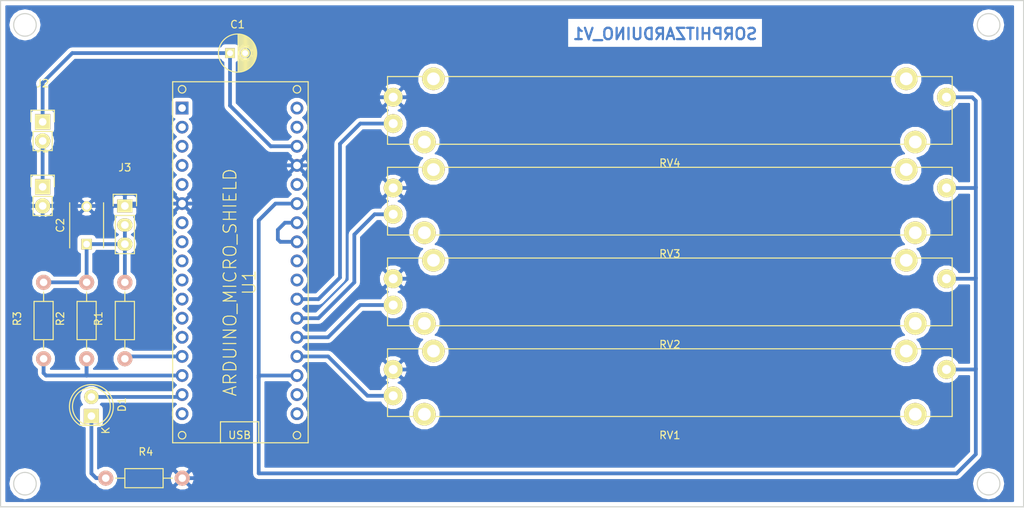
<source format=kicad_pcb>
(kicad_pcb (version 4) (host pcbnew 4.0.2+dfsg1-stable)

  (general
    (links 34)
    (no_connects 1)
    (area 111.684999 24.689999 247.725001 92.150001)
    (thickness 1.6)
    (drawings 11)
    (tracks 101)
    (zones 0)
    (modules 15)
    (nets 34)
  )

  (page A4)
  (title_block
    (title Sorphitzarduino)
    (date 2018-11-25)
    (rev V1)
    (company "Jeremy Gold")
  )

  (layers
    (0 F.Cu signal)
    (31 B.Cu signal)
    (32 B.Adhes user)
    (33 F.Adhes user)
    (34 B.Paste user)
    (35 F.Paste user)
    (36 B.SilkS user)
    (37 F.SilkS user)
    (38 B.Mask user)
    (39 F.Mask user)
    (40 Dwgs.User user)
    (41 Cmts.User user)
    (42 Eco1.User user)
    (43 Eco2.User user)
    (44 Edge.Cuts user)
    (45 Margin user hide)
    (46 B.CrtYd user)
    (47 F.CrtYd user)
    (48 B.Fab user)
    (49 F.Fab user)
  )

  (setup
    (last_trace_width 0.5)
    (trace_clearance 0.4)
    (zone_clearance 0.508)
    (zone_45_only no)
    (trace_min 0.2)
    (segment_width 0.2)
    (edge_width 0.15)
    (via_size 0.6)
    (via_drill 0.4)
    (via_min_size 0.4)
    (via_min_drill 0.3)
    (uvia_size 0.3)
    (uvia_drill 0.1)
    (uvias_allowed no)
    (uvia_min_size 0.2)
    (uvia_min_drill 0.1)
    (pcb_text_width 0.3)
    (pcb_text_size 1.5 1.5)
    (mod_edge_width 0.15)
    (mod_text_size 1 1)
    (mod_text_width 0.15)
    (pad_size 1.524 1.524)
    (pad_drill 0.762)
    (pad_to_mask_clearance 0.2)
    (aux_axis_origin 0 0)
    (visible_elements FFFFFF7F)
    (pcbplotparams
      (layerselection 0x00030_80000001)
      (usegerberextensions false)
      (excludeedgelayer true)
      (linewidth 0.100000)
      (plotframeref false)
      (viasonmask false)
      (mode 1)
      (useauxorigin false)
      (hpglpennumber 1)
      (hpglpenspeed 20)
      (hpglpendiameter 15)
      (hpglpenoverlay 2)
      (psnegative false)
      (psa4output false)
      (plotreference true)
      (plotvalue true)
      (plotinvisibletext false)
      (padsonsilk false)
      (subtractmaskfromsilk false)
      (outputformat 1)
      (mirror false)
      (drillshape 1)
      (scaleselection 1)
      (outputdirectory Sorphitzarduino_B_Cu))
  )

  (net 0 "")
  (net 1 "Net-(C1-Pad1)")
  (net 2 GND)
  (net 3 "Net-(C2-Pad1)")
  (net 4 "Net-(D1-Pad1)")
  (net 5 +5V)
  (net 6 "Net-(J1-Pad1)")
  (net 7 "Net-(R1-Pad1)")
  (net 8 "Net-(RV1-Pad2)")
  (net 9 "Net-(RV2-Pad2)")
  (net 10 "Net-(RV3-Pad2)")
  (net 11 "Net-(RV4-Pad2)")
  (net 12 "Net-(U1-PadSCK)")
  (net 13 "Net-(U1-PadMI)")
  (net 14 "Net-(U1-PadRST)")
  (net 15 "Net-(U1-PadNC)")
  (net 16 "Net-(U1-PadA5)")
  (net 17 "Net-(U1-PadA4)")
  (net 18 "Net-(U1-Pad3.3V)")
  (net 19 "Net-(U1-Pad13)")
  (net 20 "Net-(U1-PadMO)")
  (net 21 "Net-(U1-PadSS)")
  (net 22 "Net-(U1-PadTX)")
  (net 23 "Net-(U1-PadRX)")
  (net 24 "Net-(U1-Pad2)")
  (net 25 "Net-(U1-Pad3)")
  (net 26 "Net-(U1-Pad4)")
  (net 27 "Net-(U1-Pad5)")
  (net 28 "Net-(U1-Pad6)")
  (net 29 "Net-(U1-Pad7)")
  (net 30 "Net-(U1-Pad8)")
  (net 31 "Net-(U1-Pad12)")
  (net 32 "Net-(D1-Pad2)")
  (net 33 "Net-(R2-Pad1)")

  (net_class Default "This is the default net class."
    (clearance 0.4)
    (trace_width 0.5)
    (via_dia 0.6)
    (via_drill 0.4)
    (uvia_dia 0.3)
    (uvia_drill 0.1)
    (add_net +5V)
    (add_net GND)
    (add_net "Net-(C1-Pad1)")
    (add_net "Net-(C2-Pad1)")
    (add_net "Net-(D1-Pad1)")
    (add_net "Net-(D1-Pad2)")
    (add_net "Net-(J1-Pad1)")
    (add_net "Net-(R1-Pad1)")
    (add_net "Net-(R2-Pad1)")
    (add_net "Net-(RV1-Pad2)")
    (add_net "Net-(RV2-Pad2)")
    (add_net "Net-(RV3-Pad2)")
    (add_net "Net-(RV4-Pad2)")
    (add_net "Net-(U1-Pad12)")
    (add_net "Net-(U1-Pad13)")
    (add_net "Net-(U1-Pad2)")
    (add_net "Net-(U1-Pad3)")
    (add_net "Net-(U1-Pad3.3V)")
    (add_net "Net-(U1-Pad4)")
    (add_net "Net-(U1-Pad5)")
    (add_net "Net-(U1-Pad6)")
    (add_net "Net-(U1-Pad7)")
    (add_net "Net-(U1-Pad8)")
    (add_net "Net-(U1-PadA4)")
    (add_net "Net-(U1-PadA5)")
    (add_net "Net-(U1-PadMI)")
    (add_net "Net-(U1-PadMO)")
    (add_net "Net-(U1-PadNC)")
    (add_net "Net-(U1-PadRST)")
    (add_net "Net-(U1-PadRX)")
    (add_net "Net-(U1-PadSCK)")
    (add_net "Net-(U1-PadSS)")
    (add_net "Net-(U1-PadTX)")
  )

  (module Capacitors_ThroughHole:C_Radial_D5_L11_P2 (layer F.Cu) (tedit 0) (tstamp 5BFC2295)
    (at 142.24 31.75)
    (descr "Radial Electrolytic Capacitor 5mm x Length 11mm, Pitch 2mm")
    (tags "Electrolytic Capacitor")
    (path /5BFA0508)
    (fp_text reference C1 (at 1 -3.8) (layer F.SilkS)
      (effects (font (size 1 1) (thickness 0.15)))
    )
    (fp_text value 10uF (at 1 3.8) (layer F.Fab)
      (effects (font (size 1 1) (thickness 0.15)))
    )
    (fp_line (start 1.075 -2.499) (end 1.075 2.499) (layer F.SilkS) (width 0.15))
    (fp_line (start 1.215 -2.491) (end 1.215 -0.154) (layer F.SilkS) (width 0.15))
    (fp_line (start 1.215 0.154) (end 1.215 2.491) (layer F.SilkS) (width 0.15))
    (fp_line (start 1.355 -2.475) (end 1.355 -0.473) (layer F.SilkS) (width 0.15))
    (fp_line (start 1.355 0.473) (end 1.355 2.475) (layer F.SilkS) (width 0.15))
    (fp_line (start 1.495 -2.451) (end 1.495 -0.62) (layer F.SilkS) (width 0.15))
    (fp_line (start 1.495 0.62) (end 1.495 2.451) (layer F.SilkS) (width 0.15))
    (fp_line (start 1.635 -2.418) (end 1.635 -0.712) (layer F.SilkS) (width 0.15))
    (fp_line (start 1.635 0.712) (end 1.635 2.418) (layer F.SilkS) (width 0.15))
    (fp_line (start 1.775 -2.377) (end 1.775 -0.768) (layer F.SilkS) (width 0.15))
    (fp_line (start 1.775 0.768) (end 1.775 2.377) (layer F.SilkS) (width 0.15))
    (fp_line (start 1.915 -2.327) (end 1.915 -0.795) (layer F.SilkS) (width 0.15))
    (fp_line (start 1.915 0.795) (end 1.915 2.327) (layer F.SilkS) (width 0.15))
    (fp_line (start 2.055 -2.266) (end 2.055 -0.798) (layer F.SilkS) (width 0.15))
    (fp_line (start 2.055 0.798) (end 2.055 2.266) (layer F.SilkS) (width 0.15))
    (fp_line (start 2.195 -2.196) (end 2.195 -0.776) (layer F.SilkS) (width 0.15))
    (fp_line (start 2.195 0.776) (end 2.195 2.196) (layer F.SilkS) (width 0.15))
    (fp_line (start 2.335 -2.114) (end 2.335 -0.726) (layer F.SilkS) (width 0.15))
    (fp_line (start 2.335 0.726) (end 2.335 2.114) (layer F.SilkS) (width 0.15))
    (fp_line (start 2.475 -2.019) (end 2.475 -0.644) (layer F.SilkS) (width 0.15))
    (fp_line (start 2.475 0.644) (end 2.475 2.019) (layer F.SilkS) (width 0.15))
    (fp_line (start 2.615 -1.908) (end 2.615 -0.512) (layer F.SilkS) (width 0.15))
    (fp_line (start 2.615 0.512) (end 2.615 1.908) (layer F.SilkS) (width 0.15))
    (fp_line (start 2.755 -1.78) (end 2.755 -0.265) (layer F.SilkS) (width 0.15))
    (fp_line (start 2.755 0.265) (end 2.755 1.78) (layer F.SilkS) (width 0.15))
    (fp_line (start 2.895 -1.631) (end 2.895 1.631) (layer F.SilkS) (width 0.15))
    (fp_line (start 3.035 -1.452) (end 3.035 1.452) (layer F.SilkS) (width 0.15))
    (fp_line (start 3.175 -1.233) (end 3.175 1.233) (layer F.SilkS) (width 0.15))
    (fp_line (start 3.315 -0.944) (end 3.315 0.944) (layer F.SilkS) (width 0.15))
    (fp_line (start 3.455 -0.472) (end 3.455 0.472) (layer F.SilkS) (width 0.15))
    (fp_circle (center 2 0) (end 2 -0.8) (layer F.SilkS) (width 0.15))
    (fp_circle (center 1 0) (end 1 -2.5375) (layer F.SilkS) (width 0.15))
    (fp_circle (center 1 0) (end 1 -2.8) (layer F.CrtYd) (width 0.05))
    (pad 1 thru_hole rect (at 0 0) (size 1.3 1.3) (drill 0.8) (layers *.Cu *.Mask F.SilkS)
      (net 1 "Net-(C1-Pad1)"))
    (pad 2 thru_hole circle (at 2 0) (size 1.3 1.3) (drill 0.8) (layers *.Cu *.Mask F.SilkS)
      (net 2 GND))
    (model Capacitors_ThroughHole.3dshapes/C_Radial_D5_L11_P2.wrl
      (at (xyz 0 0 0))
      (scale (xyz 1 1 1))
      (rotate (xyz 0 0 0))
    )
  )

  (module Capacitors_ThroughHole:C_Disc_D6_P5 (layer F.Cu) (tedit 0) (tstamp 5BFC22A1)
    (at 123.19 57.15 90)
    (descr "Capacitor 6mm Disc, Pitch 5mm")
    (tags Capacitor)
    (path /5BFA0990)
    (fp_text reference C2 (at 2.5 -3.5 90) (layer F.SilkS)
      (effects (font (size 1 1) (thickness 0.15)))
    )
    (fp_text value 4.7nF (at 2.5 3.5 90) (layer F.Fab)
      (effects (font (size 1 1) (thickness 0.15)))
    )
    (fp_line (start -0.95 -2.5) (end 5.95 -2.5) (layer F.CrtYd) (width 0.05))
    (fp_line (start 5.95 -2.5) (end 5.95 2.5) (layer F.CrtYd) (width 0.05))
    (fp_line (start 5.95 2.5) (end -0.95 2.5) (layer F.CrtYd) (width 0.05))
    (fp_line (start -0.95 2.5) (end -0.95 -2.5) (layer F.CrtYd) (width 0.05))
    (fp_line (start -0.5 -2.25) (end 5.5 -2.25) (layer F.SilkS) (width 0.15))
    (fp_line (start 5.5 2.25) (end -0.5 2.25) (layer F.SilkS) (width 0.15))
    (pad 1 thru_hole rect (at 0 0 90) (size 1.4 1.4) (drill 0.9) (layers *.Cu *.Mask F.SilkS)
      (net 3 "Net-(C2-Pad1)"))
    (pad 2 thru_hole circle (at 5 0 90) (size 1.4 1.4) (drill 0.9) (layers *.Cu *.Mask F.SilkS)
      (net 2 GND))
    (model Capacitors_ThroughHole.3dshapes/C_Disc_D6_P5.wrl
      (at (xyz 0.0984252 0 0))
      (scale (xyz 1 1 1))
      (rotate (xyz 0 0 0))
    )
  )

  (module LEDs:LED-5MM (layer F.Cu) (tedit 5570F7EA) (tstamp 5BFC22AD)
    (at 123.825 80.01 90)
    (descr "LED 5mm round vertical")
    (tags "LED 5mm round vertical")
    (path /5BFA0F30)
    (fp_text reference D1 (at 1.524 4.064 90) (layer F.SilkS)
      (effects (font (size 1 1) (thickness 0.15)))
    )
    (fp_text value LED (at 1.524 -3.937 90) (layer F.Fab)
      (effects (font (size 1 1) (thickness 0.15)))
    )
    (fp_line (start -1.5 -1.55) (end -1.5 1.55) (layer F.CrtYd) (width 0.05))
    (fp_arc (start 1.3 0) (end -1.5 1.55) (angle -302) (layer F.CrtYd) (width 0.05))
    (fp_arc (start 1.27 0) (end -1.23 -1.5) (angle 297.5) (layer F.SilkS) (width 0.15))
    (fp_line (start -1.23 1.5) (end -1.23 -1.5) (layer F.SilkS) (width 0.15))
    (fp_circle (center 1.27 0) (end 0.97 -2.5) (layer F.SilkS) (width 0.15))
    (fp_text user K (at -1.905 1.905 90) (layer F.SilkS)
      (effects (font (size 1 1) (thickness 0.15)))
    )
    (pad 1 thru_hole rect (at 0 0 180) (size 2 1.9) (drill 1.00076) (layers *.Cu *.Mask F.SilkS)
      (net 4 "Net-(D1-Pad1)"))
    (pad 2 thru_hole circle (at 2.54 0 90) (size 1.9 1.9) (drill 1.00076) (layers *.Cu *.Mask F.SilkS)
      (net 32 "Net-(D1-Pad2)"))
    (model LEDs.3dshapes/LED-5MM.wrl
      (at (xyz 0.05 0 0))
      (scale (xyz 1 1 1))
      (rotate (xyz 0 0 90))
    )
  )

  (module Pin_Headers:Pin_Header_Straight_1x02 (layer F.Cu) (tedit 54EA090C) (tstamp 5BFC22BE)
    (at 117.348 49.53)
    (descr "Through hole pin header")
    (tags "pin header")
    (path /5BF9F43C)
    (fp_text reference J1 (at 0 -5.1) (layer F.SilkS)
      (effects (font (size 1 1) (thickness 0.15)))
    )
    (fp_text value 9V_BATT (at 0 -3.1) (layer F.Fab)
      (effects (font (size 1 1) (thickness 0.15)))
    )
    (fp_line (start 1.27 1.27) (end 1.27 3.81) (layer F.SilkS) (width 0.15))
    (fp_line (start 1.55 -1.55) (end 1.55 0) (layer F.SilkS) (width 0.15))
    (fp_line (start -1.75 -1.75) (end -1.75 4.3) (layer F.CrtYd) (width 0.05))
    (fp_line (start 1.75 -1.75) (end 1.75 4.3) (layer F.CrtYd) (width 0.05))
    (fp_line (start -1.75 -1.75) (end 1.75 -1.75) (layer F.CrtYd) (width 0.05))
    (fp_line (start -1.75 4.3) (end 1.75 4.3) (layer F.CrtYd) (width 0.05))
    (fp_line (start 1.27 1.27) (end -1.27 1.27) (layer F.SilkS) (width 0.15))
    (fp_line (start -1.55 0) (end -1.55 -1.55) (layer F.SilkS) (width 0.15))
    (fp_line (start -1.55 -1.55) (end 1.55 -1.55) (layer F.SilkS) (width 0.15))
    (fp_line (start -1.27 1.27) (end -1.27 3.81) (layer F.SilkS) (width 0.15))
    (fp_line (start -1.27 3.81) (end 1.27 3.81) (layer F.SilkS) (width 0.15))
    (pad 1 thru_hole rect (at 0 0) (size 2.032 2.032) (drill 1.016) (layers *.Cu *.Mask F.SilkS)
      (net 6 "Net-(J1-Pad1)"))
    (pad 2 thru_hole oval (at 0 2.54) (size 2.032 2.032) (drill 1.016) (layers *.Cu *.Mask F.SilkS)
      (net 2 GND))
    (model Pin_Headers.3dshapes/Pin_Header_Straight_1x02.wrl
      (at (xyz 0 -0.05 0))
      (scale (xyz 1 1 1))
      (rotate (xyz 0 0 90))
    )
  )

  (module Pin_Headers:Pin_Header_Straight_1x02 (layer F.Cu) (tedit 54EA090C) (tstamp 5BFC22CF)
    (at 117.348 40.894)
    (descr "Through hole pin header")
    (tags "pin header")
    (path /5BF9FCCD)
    (fp_text reference J2 (at 0 -5.1) (layer F.SilkS)
      (effects (font (size 1 1) (thickness 0.15)))
    )
    (fp_text value SWITCH (at 0 -3.1) (layer F.Fab)
      (effects (font (size 1 1) (thickness 0.15)))
    )
    (fp_line (start 1.27 1.27) (end 1.27 3.81) (layer F.SilkS) (width 0.15))
    (fp_line (start 1.55 -1.55) (end 1.55 0) (layer F.SilkS) (width 0.15))
    (fp_line (start -1.75 -1.75) (end -1.75 4.3) (layer F.CrtYd) (width 0.05))
    (fp_line (start 1.75 -1.75) (end 1.75 4.3) (layer F.CrtYd) (width 0.05))
    (fp_line (start -1.75 -1.75) (end 1.75 -1.75) (layer F.CrtYd) (width 0.05))
    (fp_line (start -1.75 4.3) (end 1.75 4.3) (layer F.CrtYd) (width 0.05))
    (fp_line (start 1.27 1.27) (end -1.27 1.27) (layer F.SilkS) (width 0.15))
    (fp_line (start -1.55 0) (end -1.55 -1.55) (layer F.SilkS) (width 0.15))
    (fp_line (start -1.55 -1.55) (end 1.55 -1.55) (layer F.SilkS) (width 0.15))
    (fp_line (start -1.27 1.27) (end -1.27 3.81) (layer F.SilkS) (width 0.15))
    (fp_line (start -1.27 3.81) (end 1.27 3.81) (layer F.SilkS) (width 0.15))
    (pad 1 thru_hole rect (at 0 0) (size 2.032 2.032) (drill 1.016) (layers *.Cu *.Mask F.SilkS)
      (net 1 "Net-(C1-Pad1)"))
    (pad 2 thru_hole oval (at 0 2.54) (size 2.032 2.032) (drill 1.016) (layers *.Cu *.Mask F.SilkS)
      (net 6 "Net-(J1-Pad1)"))
    (model Pin_Headers.3dshapes/Pin_Header_Straight_1x02.wrl
      (at (xyz 0 -0.05 0))
      (scale (xyz 1 1 1))
      (rotate (xyz 0 0 90))
    )
  )

  (module Pin_Headers:Pin_Header_Straight_1x03 (layer F.Cu) (tedit 0) (tstamp 5BFC22E1)
    (at 128.27 52.07)
    (descr "Through hole pin header")
    (tags "pin header")
    (path /5BFA0BF7)
    (fp_text reference J3 (at 0 -5.1) (layer F.SilkS)
      (effects (font (size 1 1) (thickness 0.15)))
    )
    (fp_text value AUDIO_JACK (at 0 -3.1) (layer F.Fab)
      (effects (font (size 1 1) (thickness 0.15)))
    )
    (fp_line (start -1.75 -1.75) (end -1.75 6.85) (layer F.CrtYd) (width 0.05))
    (fp_line (start 1.75 -1.75) (end 1.75 6.85) (layer F.CrtYd) (width 0.05))
    (fp_line (start -1.75 -1.75) (end 1.75 -1.75) (layer F.CrtYd) (width 0.05))
    (fp_line (start -1.75 6.85) (end 1.75 6.85) (layer F.CrtYd) (width 0.05))
    (fp_line (start -1.27 1.27) (end -1.27 6.35) (layer F.SilkS) (width 0.15))
    (fp_line (start -1.27 6.35) (end 1.27 6.35) (layer F.SilkS) (width 0.15))
    (fp_line (start 1.27 6.35) (end 1.27 1.27) (layer F.SilkS) (width 0.15))
    (fp_line (start 1.55 -1.55) (end 1.55 0) (layer F.SilkS) (width 0.15))
    (fp_line (start 1.27 1.27) (end -1.27 1.27) (layer F.SilkS) (width 0.15))
    (fp_line (start -1.55 0) (end -1.55 -1.55) (layer F.SilkS) (width 0.15))
    (fp_line (start -1.55 -1.55) (end 1.55 -1.55) (layer F.SilkS) (width 0.15))
    (pad 1 thru_hole rect (at 0 0) (size 2.032 1.7272) (drill 1.016) (layers *.Cu *.Mask F.SilkS)
      (net 2 GND))
    (pad 2 thru_hole oval (at 0 2.54) (size 2.032 1.7272) (drill 1.016) (layers *.Cu *.Mask F.SilkS)
      (net 3 "Net-(C2-Pad1)"))
    (pad 3 thru_hole oval (at 0 5.08) (size 2.032 1.7272) (drill 1.016) (layers *.Cu *.Mask F.SilkS)
      (net 3 "Net-(C2-Pad1)"))
    (model Pin_Headers.3dshapes/Pin_Header_Straight_1x03.wrl
      (at (xyz 0 -0.1 0))
      (scale (xyz 1 1 1))
      (rotate (xyz 0 0 90))
    )
  )

  (module Resistors_ThroughHole:Resistor_Horizontal_RM10mm (layer F.Cu) (tedit 56648415) (tstamp 5BFC22F1)
    (at 128.27 72.39 90)
    (descr "Resistor, Axial,  RM 10mm, 1/3W")
    (tags "Resistor Axial RM 10mm 1/3W")
    (path /5BFA081C)
    (fp_text reference R1 (at 5.32892 -3.50012 90) (layer F.SilkS)
      (effects (font (size 1 1) (thickness 0.15)))
    )
    (fp_text value 3.9k (at 5.08 3.81 90) (layer F.Fab)
      (effects (font (size 1 1) (thickness 0.15)))
    )
    (fp_line (start -1.25 -1.5) (end 11.4 -1.5) (layer F.CrtYd) (width 0.05))
    (fp_line (start -1.25 1.5) (end -1.25 -1.5) (layer F.CrtYd) (width 0.05))
    (fp_line (start 11.4 -1.5) (end 11.4 1.5) (layer F.CrtYd) (width 0.05))
    (fp_line (start -1.25 1.5) (end 11.4 1.5) (layer F.CrtYd) (width 0.05))
    (fp_line (start 2.54 -1.27) (end 7.62 -1.27) (layer F.SilkS) (width 0.15))
    (fp_line (start 7.62 -1.27) (end 7.62 1.27) (layer F.SilkS) (width 0.15))
    (fp_line (start 7.62 1.27) (end 2.54 1.27) (layer F.SilkS) (width 0.15))
    (fp_line (start 2.54 1.27) (end 2.54 -1.27) (layer F.SilkS) (width 0.15))
    (fp_line (start 2.54 0) (end 1.27 0) (layer F.SilkS) (width 0.15))
    (fp_line (start 7.62 0) (end 8.89 0) (layer F.SilkS) (width 0.15))
    (pad 1 thru_hole circle (at 0 0 90) (size 1.99898 1.99898) (drill 1.00076) (layers *.Cu *.SilkS *.Mask)
      (net 7 "Net-(R1-Pad1)"))
    (pad 2 thru_hole circle (at 10.16 0 90) (size 1.99898 1.99898) (drill 1.00076) (layers *.Cu *.SilkS *.Mask)
      (net 3 "Net-(C2-Pad1)"))
    (model Resistors_ThroughHole.3dshapes/Resistor_Horizontal_RM10mm.wrl
      (at (xyz 0 0 0))
      (scale (xyz 0.4 0.4 0.4))
      (rotate (xyz 0 0 0))
    )
  )

  (module Resistors_ThroughHole:Resistor_Horizontal_RM10mm (layer F.Cu) (tedit 56648415) (tstamp 5BFC2301)
    (at 123.19 72.39 90)
    (descr "Resistor, Axial,  RM 10mm, 1/3W")
    (tags "Resistor Axial RM 10mm 1/3W")
    (path /5C037AD8)
    (fp_text reference R2 (at 5.32892 -3.50012 90) (layer F.SilkS)
      (effects (font (size 1 1) (thickness 0.15)))
    )
    (fp_text value 1M (at 5.08 3.81 90) (layer F.Fab)
      (effects (font (size 1 1) (thickness 0.15)))
    )
    (fp_line (start -1.25 -1.5) (end 11.4 -1.5) (layer F.CrtYd) (width 0.05))
    (fp_line (start -1.25 1.5) (end -1.25 -1.5) (layer F.CrtYd) (width 0.05))
    (fp_line (start 11.4 -1.5) (end 11.4 1.5) (layer F.CrtYd) (width 0.05))
    (fp_line (start -1.25 1.5) (end 11.4 1.5) (layer F.CrtYd) (width 0.05))
    (fp_line (start 2.54 -1.27) (end 7.62 -1.27) (layer F.SilkS) (width 0.15))
    (fp_line (start 7.62 -1.27) (end 7.62 1.27) (layer F.SilkS) (width 0.15))
    (fp_line (start 7.62 1.27) (end 2.54 1.27) (layer F.SilkS) (width 0.15))
    (fp_line (start 2.54 1.27) (end 2.54 -1.27) (layer F.SilkS) (width 0.15))
    (fp_line (start 2.54 0) (end 1.27 0) (layer F.SilkS) (width 0.15))
    (fp_line (start 7.62 0) (end 8.89 0) (layer F.SilkS) (width 0.15))
    (pad 1 thru_hole circle (at 0 0 90) (size 1.99898 1.99898) (drill 1.00076) (layers *.Cu *.SilkS *.Mask)
      (net 33 "Net-(R2-Pad1)"))
    (pad 2 thru_hole circle (at 10.16 0 90) (size 1.99898 1.99898) (drill 1.00076) (layers *.Cu *.SilkS *.Mask)
      (net 3 "Net-(C2-Pad1)"))
    (model Resistors_ThroughHole.3dshapes/Resistor_Horizontal_RM10mm.wrl
      (at (xyz 0 0 0))
      (scale (xyz 0.4 0.4 0.4))
      (rotate (xyz 0 0 0))
    )
  )

  (module arduino_micro_shield:ARDUINO_MICRO_SHIELD (layer F.Cu) (tedit 5AD0BFAC) (tstamp 5BFC237B)
    (at 134.62 35.56 270)
    (tags "ARDUINO, MICRO")
    (path /5BF9F1BE)
    (fp_text reference U1 (at 26.67 -10.16 270) (layer F.SilkS)
      (effects (font (size 1.7 1.7) (thickness 0.15)))
    )
    (fp_text value ARDUINO_MICRO_SHIELD (at 26.67 -7.62 270) (layer F.SilkS)
      (effects (font (size 1.7 1.7) (thickness 0.15)))
    )
    (fp_circle (center 1 -1.254) (end 1.5 -1.254) (layer F.SilkS) (width 0.15))
    (fp_circle (center 1 -16.51) (end 1.5 -16.51) (layer F.SilkS) (width 0.15))
    (fp_circle (center 47 -1.254) (end 47.5 -1.254) (layer F.SilkS) (width 0.15))
    (fp_circle (center 47 -16.51) (end 47.5 -16.51) (layer F.SilkS) (width 0.15))
    (fp_line (start 0 -18) (end 48 -18) (layer F.SilkS) (width 0.15))
    (fp_line (start 48 -18) (end 48 0) (layer F.SilkS) (width 0.15))
    (fp_line (start 48 0) (end 0 0) (layer F.SilkS) (width 0.15))
    (fp_line (start 0 0) (end 0 -18) (layer F.SilkS) (width 0.15))
    (fp_text user USB (at 46.99 -8.89 360) (layer F.SilkS)
      (effects (font (size 1 1) (thickness 0.15)))
    )
    (fp_line (start 48.006 -6.35) (end 45.212 -6.35) (layer F.SilkS) (width 0.15))
    (fp_line (start 45.212 -6.35) (end 45.212 -11.43) (layer F.SilkS) (width 0.15))
    (fp_line (start 45.212 -11.43) (end 48.006 -11.43) (layer F.SilkS) (width 0.15))
    (pad SCK thru_hole circle (at 3.5 -16.51 270) (size 1.7 1.7) (drill 1) (layers *.Cu *.Mask)
      (net 12 "Net-(U1-PadSCK)"))
    (pad MI thru_hole circle (at 6.04 -16.51 270) (size 1.7 1.7) (drill 1) (layers *.Cu *.Mask)
      (net 13 "Net-(U1-PadMI)"))
    (pad VI thru_hole circle (at 8.58 -16.51 270) (size 1.7 1.7) (drill 1) (layers *.Cu *.Mask)
      (net 1 "Net-(C1-Pad1)"))
    (pad GND thru_hole circle (at 11.12 -16.51 270) (size 1.7 1.7) (drill 1) (layers *.Cu *.Mask)
      (net 2 GND))
    (pad RST thru_hole circle (at 13.66 -16.51 270) (size 1.7 1.7) (drill 1) (layers *.Cu *.Mask)
      (net 14 "Net-(U1-PadRST)"))
    (pad 5V thru_hole circle (at 16.2 -16.51 270) (size 1.7 1.7) (drill 1) (layers *.Cu *.Mask)
      (net 5 +5V))
    (pad NC thru_hole circle (at 18.74 -16.51 270) (size 1.7 1.7) (drill 1) (layers *.Cu *.Mask)
      (net 15 "Net-(U1-PadNC)"))
    (pad NC thru_hole circle (at 21.28 -16.51 270) (size 1.7 1.7) (drill 1) (layers *.Cu *.Mask)
      (net 15 "Net-(U1-PadNC)"))
    (pad A5 thru_hole circle (at 23.82 -16.51 270) (size 1.7 1.7) (drill 1) (layers *.Cu *.Mask)
      (net 16 "Net-(U1-PadA5)"))
    (pad A4 thru_hole circle (at 26.36 -16.51 270) (size 1.7 1.7) (drill 1) (layers *.Cu *.Mask)
      (net 17 "Net-(U1-PadA4)"))
    (pad A3 thru_hole circle (at 28.9 -16.51 270) (size 1.7 1.7) (drill 1) (layers *.Cu *.Mask)
      (net 11 "Net-(RV4-Pad2)"))
    (pad A2 thru_hole circle (at 31.44 -16.51 270) (size 1.7 1.7) (drill 1) (layers *.Cu *.Mask)
      (net 10 "Net-(RV3-Pad2)"))
    (pad A1 thru_hole circle (at 33.98 -16.51 270) (size 1.7 1.7) (drill 1) (layers *.Cu *.Mask)
      (net 9 "Net-(RV2-Pad2)"))
    (pad A0 thru_hole circle (at 36.52 -16.51 270) (size 1.7 1.7) (drill 1) (layers *.Cu *.Mask)
      (net 8 "Net-(RV1-Pad2)"))
    (pad AREF thru_hole circle (at 39.06 -16.51 270) (size 1.7 1.7) (drill 1) (layers *.Cu *.Mask)
      (net 5 +5V))
    (pad 3.3V thru_hole circle (at 41.6 -16.51 270) (size 1.7 1.7) (drill 1) (layers *.Cu *.Mask)
      (net 18 "Net-(U1-Pad3.3V)"))
    (pad 13 thru_hole circle (at 44.14 -16.51 270) (size 1.7 1.7) (drill 1) (layers *.Cu *.Mask)
      (net 19 "Net-(U1-Pad13)"))
    (pad MO thru_hole rect (at 3.5 -1.254 270) (size 1.7 1.7) (drill 1) (layers *.Cu *.Mask)
      (net 20 "Net-(U1-PadMO)"))
    (pad SS thru_hole circle (at 6.04 -1.254 270) (size 1.7 1.7) (drill 1) (layers *.Cu *.Mask)
      (net 21 "Net-(U1-PadSS)"))
    (pad TX thru_hole circle (at 8.58 -1.254 270) (size 1.7 1.7) (drill 1) (layers *.Cu *.Mask)
      (net 22 "Net-(U1-PadTX)"))
    (pad RX thru_hole circle (at 11.12 -1.254 270) (size 1.7 1.7) (drill 1) (layers *.Cu *.Mask)
      (net 23 "Net-(U1-PadRX)"))
    (pad RST thru_hole circle (at 13.66 -1.254 270) (size 1.7 1.7) (drill 1) (layers *.Cu *.Mask)
      (net 14 "Net-(U1-PadRST)"))
    (pad GND thru_hole circle (at 16.2 -1.254 270) (size 1.7 1.7) (drill 1) (layers *.Cu *.Mask)
      (net 2 GND))
    (pad 2 thru_hole circle (at 18.74 -1.254 270) (size 1.7 1.7) (drill 1) (layers *.Cu *.Mask)
      (net 24 "Net-(U1-Pad2)"))
    (pad 3 thru_hole circle (at 21.28 -1.254 270) (size 1.7 1.7) (drill 1) (layers *.Cu *.Mask)
      (net 25 "Net-(U1-Pad3)"))
    (pad 4 thru_hole circle (at 23.82 -1.254 270) (size 1.7 1.7) (drill 1) (layers *.Cu *.Mask)
      (net 26 "Net-(U1-Pad4)"))
    (pad 5 thru_hole circle (at 26.36 -1.254 270) (size 1.7 1.7) (drill 1) (layers *.Cu *.Mask)
      (net 27 "Net-(U1-Pad5)"))
    (pad 6 thru_hole circle (at 28.9 -1.254 270) (size 1.7 1.7) (drill 1) (layers *.Cu *.Mask)
      (net 28 "Net-(U1-Pad6)"))
    (pad 7 thru_hole circle (at 31.44 -1.254 270) (size 1.7 1.7) (drill 1) (layers *.Cu *.Mask)
      (net 29 "Net-(U1-Pad7)"))
    (pad 8 thru_hole circle (at 33.98 -1.254 270) (size 1.7 1.7) (drill 1) (layers *.Cu *.Mask)
      (net 30 "Net-(U1-Pad8)"))
    (pad 9 thru_hole circle (at 36.52 -1.254 270) (size 1.7 1.7) (drill 1) (layers *.Cu *.Mask)
      (net 7 "Net-(R1-Pad1)"))
    (pad 10 thru_hole circle (at 39.06 -1.254 270) (size 1.7 1.7) (drill 1) (layers *.Cu *.Mask)
      (net 33 "Net-(R2-Pad1)"))
    (pad 11 thru_hole circle (at 41.6 -1.254 270) (size 1.7 1.7) (drill 1) (layers *.Cu *.Mask)
      (net 32 "Net-(D1-Pad2)"))
    (pad 12 thru_hole circle (at 44.14 -1.254 270) (size 1.7 1.7) (drill 1) (layers *.Cu *.Mask)
      (net 31 "Net-(U1-Pad12)"))
  )

  (module "Bourne_PTA6043:Bourne PTA6043" (layer F.Cu) (tedit 5BFA1338) (tstamp 5BFC2E59)
    (at 200.66 75.565)
    (path /5BFA5669)
    (fp_text reference RV1 (at 0 7) (layer F.SilkS)
      (effects (font (size 1 1) (thickness 0.15)))
    )
    (fp_text value 10k (at 0 -7) (layer F.Fab)
      (effects (font (size 1 1) (thickness 0.15)))
    )
    (fp_line (start -37.5 -4.5) (end -37.5 4.5) (layer F.SilkS) (width 0.15))
    (fp_line (start -37.5 4.5) (end 37.5 4.5) (layer F.SilkS) (width 0.15))
    (fp_line (start 37.5 4.5) (end 37.5 -4.5) (layer F.SilkS) (width 0.15))
    (fp_line (start 37.5 -4.5) (end -37.5 -4.5) (layer F.SilkS) (width 0.15))
    (pad 1 thru_hole circle (at -36.75 -1.75) (size 2.5 2.5) (drill 1.2) (layers *.Cu *.Mask F.SilkS)
      (net 2 GND))
    (pad 2 thru_hole circle (at -36.75 1.75) (size 2.5 2.5) (drill 1.2) (layers *.Cu *.Mask F.SilkS)
      (net 8 "Net-(RV1-Pad2)"))
    (pad 3 thru_hole circle (at 36.75 -1.75) (size 2.5 2.5) (drill 1.2) (layers *.Cu *.Mask F.SilkS)
      (net 5 +5V))
    (pad "" thru_hole circle (at -32.6 4.2) (size 3 3) (drill 1.7) (layers *.Cu *.Mask F.SilkS))
    (pad "" thru_hole circle (at 32.6 4.2) (size 3 3) (drill 1.7) (layers *.Cu *.Mask F.SilkS))
    (pad "" thru_hole circle (at -31.4 -4.2) (size 3 3) (drill 1.7) (layers *.Cu *.Mask F.SilkS))
    (pad "" thru_hole circle (at 31.4 -4.2) (size 3 3) (drill 1.7) (layers *.Cu *.Mask F.SilkS))
  )

  (module "Bourne_PTA6043:Bourne PTA6043" (layer F.Cu) (tedit 5BFA1338) (tstamp 5BFC2E68)
    (at 200.66 63.5)
    (path /5BFA57ED)
    (fp_text reference RV2 (at 0 7) (layer F.SilkS)
      (effects (font (size 1 1) (thickness 0.15)))
    )
    (fp_text value 10k (at 0 -7) (layer F.Fab)
      (effects (font (size 1 1) (thickness 0.15)))
    )
    (fp_line (start -37.5 -4.5) (end -37.5 4.5) (layer F.SilkS) (width 0.15))
    (fp_line (start -37.5 4.5) (end 37.5 4.5) (layer F.SilkS) (width 0.15))
    (fp_line (start 37.5 4.5) (end 37.5 -4.5) (layer F.SilkS) (width 0.15))
    (fp_line (start 37.5 -4.5) (end -37.5 -4.5) (layer F.SilkS) (width 0.15))
    (pad 1 thru_hole circle (at -36.75 -1.75) (size 2.5 2.5) (drill 1.2) (layers *.Cu *.Mask F.SilkS)
      (net 2 GND))
    (pad 2 thru_hole circle (at -36.75 1.75) (size 2.5 2.5) (drill 1.2) (layers *.Cu *.Mask F.SilkS)
      (net 9 "Net-(RV2-Pad2)"))
    (pad 3 thru_hole circle (at 36.75 -1.75) (size 2.5 2.5) (drill 1.2) (layers *.Cu *.Mask F.SilkS)
      (net 5 +5V))
    (pad "" thru_hole circle (at -32.6 4.2) (size 3 3) (drill 1.7) (layers *.Cu *.Mask F.SilkS))
    (pad "" thru_hole circle (at 32.6 4.2) (size 3 3) (drill 1.7) (layers *.Cu *.Mask F.SilkS))
    (pad "" thru_hole circle (at -31.4 -4.2) (size 3 3) (drill 1.7) (layers *.Cu *.Mask F.SilkS))
    (pad "" thru_hole circle (at 31.4 -4.2) (size 3 3) (drill 1.7) (layers *.Cu *.Mask F.SilkS))
  )

  (module "Bourne_PTA6043:Bourne PTA6043" (layer F.Cu) (tedit 5BFA1338) (tstamp 5BFC2E77)
    (at 200.66 51.435)
    (path /5BFA5836)
    (fp_text reference RV3 (at 0 7) (layer F.SilkS)
      (effects (font (size 1 1) (thickness 0.15)))
    )
    (fp_text value 10k (at 0 -7) (layer F.Fab)
      (effects (font (size 1 1) (thickness 0.15)))
    )
    (fp_line (start -37.5 -4.5) (end -37.5 4.5) (layer F.SilkS) (width 0.15))
    (fp_line (start -37.5 4.5) (end 37.5 4.5) (layer F.SilkS) (width 0.15))
    (fp_line (start 37.5 4.5) (end 37.5 -4.5) (layer F.SilkS) (width 0.15))
    (fp_line (start 37.5 -4.5) (end -37.5 -4.5) (layer F.SilkS) (width 0.15))
    (pad 1 thru_hole circle (at -36.75 -1.75) (size 2.5 2.5) (drill 1.2) (layers *.Cu *.Mask F.SilkS)
      (net 2 GND))
    (pad 2 thru_hole circle (at -36.75 1.75) (size 2.5 2.5) (drill 1.2) (layers *.Cu *.Mask F.SilkS)
      (net 10 "Net-(RV3-Pad2)"))
    (pad 3 thru_hole circle (at 36.75 -1.75) (size 2.5 2.5) (drill 1.2) (layers *.Cu *.Mask F.SilkS)
      (net 5 +5V))
    (pad "" thru_hole circle (at -32.6 4.2) (size 3 3) (drill 1.7) (layers *.Cu *.Mask F.SilkS))
    (pad "" thru_hole circle (at 32.6 4.2) (size 3 3) (drill 1.7) (layers *.Cu *.Mask F.SilkS))
    (pad "" thru_hole circle (at -31.4 -4.2) (size 3 3) (drill 1.7) (layers *.Cu *.Mask F.SilkS))
    (pad "" thru_hole circle (at 31.4 -4.2) (size 3 3) (drill 1.7) (layers *.Cu *.Mask F.SilkS))
  )

  (module "Bourne_PTA6043:Bourne PTA6043" (layer F.Cu) (tedit 5BFA1338) (tstamp 5BFC2E86)
    (at 200.66 39.37)
    (path /5BFA58DD)
    (fp_text reference RV4 (at 0 7) (layer F.SilkS)
      (effects (font (size 1 1) (thickness 0.15)))
    )
    (fp_text value 10k (at 0 -7) (layer F.Fab)
      (effects (font (size 1 1) (thickness 0.15)))
    )
    (fp_line (start -37.5 -4.5) (end -37.5 4.5) (layer F.SilkS) (width 0.15))
    (fp_line (start -37.5 4.5) (end 37.5 4.5) (layer F.SilkS) (width 0.15))
    (fp_line (start 37.5 4.5) (end 37.5 -4.5) (layer F.SilkS) (width 0.15))
    (fp_line (start 37.5 -4.5) (end -37.5 -4.5) (layer F.SilkS) (width 0.15))
    (pad 1 thru_hole circle (at -36.75 -1.75) (size 2.5 2.5) (drill 1.2) (layers *.Cu *.Mask F.SilkS)
      (net 2 GND))
    (pad 2 thru_hole circle (at -36.75 1.75) (size 2.5 2.5) (drill 1.2) (layers *.Cu *.Mask F.SilkS)
      (net 11 "Net-(RV4-Pad2)"))
    (pad 3 thru_hole circle (at 36.75 -1.75) (size 2.5 2.5) (drill 1.2) (layers *.Cu *.Mask F.SilkS)
      (net 5 +5V))
    (pad "" thru_hole circle (at -32.6 4.2) (size 3 3) (drill 1.7) (layers *.Cu *.Mask F.SilkS))
    (pad "" thru_hole circle (at 32.6 4.2) (size 3 3) (drill 1.7) (layers *.Cu *.Mask F.SilkS))
    (pad "" thru_hole circle (at -31.4 -4.2) (size 3 3) (drill 1.7) (layers *.Cu *.Mask F.SilkS))
    (pad "" thru_hole circle (at 31.4 -4.2) (size 3 3) (drill 1.7) (layers *.Cu *.Mask F.SilkS))
  )

  (module Resistors_ThroughHole:Resistor_Horizontal_RM10mm (layer F.Cu) (tedit 56648415) (tstamp 5C0377C7)
    (at 117.475 72.39 90)
    (descr "Resistor, Axial,  RM 10mm, 1/3W")
    (tags "Resistor Axial RM 10mm 1/3W")
    (path /5C037B46)
    (fp_text reference R3 (at 5.32892 -3.50012 90) (layer F.SilkS)
      (effects (font (size 1 1) (thickness 0.15)))
    )
    (fp_text value 1M (at 5.08 3.81 90) (layer F.Fab)
      (effects (font (size 1 1) (thickness 0.15)))
    )
    (fp_line (start -1.25 -1.5) (end 11.4 -1.5) (layer F.CrtYd) (width 0.05))
    (fp_line (start -1.25 1.5) (end -1.25 -1.5) (layer F.CrtYd) (width 0.05))
    (fp_line (start 11.4 -1.5) (end 11.4 1.5) (layer F.CrtYd) (width 0.05))
    (fp_line (start -1.25 1.5) (end 11.4 1.5) (layer F.CrtYd) (width 0.05))
    (fp_line (start 2.54 -1.27) (end 7.62 -1.27) (layer F.SilkS) (width 0.15))
    (fp_line (start 7.62 -1.27) (end 7.62 1.27) (layer F.SilkS) (width 0.15))
    (fp_line (start 7.62 1.27) (end 2.54 1.27) (layer F.SilkS) (width 0.15))
    (fp_line (start 2.54 1.27) (end 2.54 -1.27) (layer F.SilkS) (width 0.15))
    (fp_line (start 2.54 0) (end 1.27 0) (layer F.SilkS) (width 0.15))
    (fp_line (start 7.62 0) (end 8.89 0) (layer F.SilkS) (width 0.15))
    (pad 1 thru_hole circle (at 0 0 90) (size 1.99898 1.99898) (drill 1.00076) (layers *.Cu *.SilkS *.Mask)
      (net 33 "Net-(R2-Pad1)"))
    (pad 2 thru_hole circle (at 10.16 0 90) (size 1.99898 1.99898) (drill 1.00076) (layers *.Cu *.SilkS *.Mask)
      (net 3 "Net-(C2-Pad1)"))
    (model Resistors_ThroughHole.3dshapes/Resistor_Horizontal_RM10mm.wrl
      (at (xyz 0 0 0))
      (scale (xyz 0.4 0.4 0.4))
      (rotate (xyz 0 0 0))
    )
  )

  (module Resistors_ThroughHole:Resistor_Horizontal_RM10mm (layer F.Cu) (tedit 56648415) (tstamp 5C0377D7)
    (at 125.73 88.265)
    (descr "Resistor, Axial,  RM 10mm, 1/3W")
    (tags "Resistor Axial RM 10mm 1/3W")
    (path /5BFA11AE)
    (fp_text reference R4 (at 5.32892 -3.50012) (layer F.SilkS)
      (effects (font (size 1 1) (thickness 0.15)))
    )
    (fp_text value 290 (at 5.08 3.81) (layer F.Fab)
      (effects (font (size 1 1) (thickness 0.15)))
    )
    (fp_line (start -1.25 -1.5) (end 11.4 -1.5) (layer F.CrtYd) (width 0.05))
    (fp_line (start -1.25 1.5) (end -1.25 -1.5) (layer F.CrtYd) (width 0.05))
    (fp_line (start 11.4 -1.5) (end 11.4 1.5) (layer F.CrtYd) (width 0.05))
    (fp_line (start -1.25 1.5) (end 11.4 1.5) (layer F.CrtYd) (width 0.05))
    (fp_line (start 2.54 -1.27) (end 7.62 -1.27) (layer F.SilkS) (width 0.15))
    (fp_line (start 7.62 -1.27) (end 7.62 1.27) (layer F.SilkS) (width 0.15))
    (fp_line (start 7.62 1.27) (end 2.54 1.27) (layer F.SilkS) (width 0.15))
    (fp_line (start 2.54 1.27) (end 2.54 -1.27) (layer F.SilkS) (width 0.15))
    (fp_line (start 2.54 0) (end 1.27 0) (layer F.SilkS) (width 0.15))
    (fp_line (start 7.62 0) (end 8.89 0) (layer F.SilkS) (width 0.15))
    (pad 1 thru_hole circle (at 0 0) (size 1.99898 1.99898) (drill 1.00076) (layers *.Cu *.SilkS *.Mask)
      (net 4 "Net-(D1-Pad1)"))
    (pad 2 thru_hole circle (at 10.16 0) (size 1.99898 1.99898) (drill 1.00076) (layers *.Cu *.SilkS *.Mask)
      (net 2 GND))
    (model Resistors_ThroughHole.3dshapes/Resistor_Horizontal_RM10mm.wrl
      (at (xyz 0 0 0))
      (scale (xyz 0.4 0.4 0.4))
      (rotate (xyz 0 0 0))
    )
  )

  (gr_text SORPHITZARDUINO_V1 (at 200.025 29.21) (layer B.Cu)
    (effects (font (size 1.5 1.5) (thickness 0.3)) (justify mirror))
  )
  (dimension 12.065 (width 0.3) (layer Margin)
    (gr_text "12.065 mm" (at 215.82 86.0425 270) (layer Margin)
      (effects (font (size 1.5 1.5) (thickness 0.3)))
    )
    (feature1 (pts (xy 221.615 92.075) (xy 214.47 92.075)))
    (feature2 (pts (xy 221.615 80.01) (xy 214.47 80.01)))
    (crossbar (pts (xy 217.17 80.01) (xy 217.17 92.075)))
    (arrow1a (pts (xy 217.17 92.075) (xy 216.583579 90.948496)))
    (arrow1b (pts (xy 217.17 92.075) (xy 217.756421 90.948496)))
    (arrow2a (pts (xy 217.17 80.01) (xy 216.583579 81.136504)))
    (arrow2b (pts (xy 217.17 80.01) (xy 217.756421 81.136504)))
  )
  (dimension 10.16 (width 0.3) (layer Margin)
    (gr_text "10.160 mm" (at 218.995 29.845 90) (layer Margin)
      (effects (font (size 1.5 1.5) (thickness 0.3)))
    )
    (feature1 (pts (xy 224.155 24.765) (xy 217.645 24.765)))
    (feature2 (pts (xy 224.155 34.925) (xy 217.645 34.925)))
    (crossbar (pts (xy 220.345 34.925) (xy 220.345 24.765)))
    (arrow1a (pts (xy 220.345 24.765) (xy 220.931421 25.891504)))
    (arrow1b (pts (xy 220.345 24.765) (xy 219.758579 25.891504)))
    (arrow2a (pts (xy 220.345 34.925) (xy 220.931421 33.798496)))
    (arrow2b (pts (xy 220.345 34.925) (xy 219.758579 33.798496)))
  )
  (gr_circle (center 115 89) (end 115 90.5) (layer Edge.Cuts) (width 0.15))
  (gr_circle (center 115 28) (end 115 29.5) (layer Edge.Cuts) (width 0.15))
  (gr_circle (center 243 89) (end 243 90.5) (layer Edge.Cuts) (width 0.15))
  (gr_circle (center 243 28) (end 243 29.5) (layer Edge.Cuts) (width 0.15))
  (gr_line (start 111.76 92.075) (end 111.76 24.765) (angle 90) (layer Edge.Cuts) (width 0.15))
  (gr_line (start 247.65 92.075) (end 111.76 92.075) (angle 90) (layer Edge.Cuts) (width 0.15))
  (gr_line (start 247.65 24.765) (end 247.65 92.075) (angle 90) (layer Edge.Cuts) (width 0.15))
  (gr_line (start 111.76 24.765) (end 247.65 24.765) (angle 90) (layer Edge.Cuts) (width 0.15))

  (segment (start 117.348 40.894) (end 117.348 35.687) (width 0.5) (layer B.Cu) (net 1))
  (segment (start 117.221 35.814) (end 121.285 31.75) (width 0.5) (layer B.Cu) (net 1) (tstamp 5BFC3329))
  (segment (start 121.285 31.75) (end 142.24 31.75) (width 0.5) (layer B.Cu) (net 1))
  (segment (start 117.348 35.687) (end 117.221 35.814) (width 0.5) (layer B.Cu) (net 1) (tstamp 5C037905))
  (segment (start 151.13 44.14) (end 147.645 44.14) (width 0.5) (layer B.Cu) (net 1))
  (segment (start 142.24 38.735) (end 142.24 31.75) (width 0.5) (layer B.Cu) (net 1) (tstamp 5BFC349B))
  (segment (start 147.645 44.14) (end 142.24 38.735) (width 0.5) (layer B.Cu) (net 1) (tstamp 5BFC3499))
  (segment (start 117.348 52.07) (end 123.11 52.07) (width 0.5) (layer B.Cu) (net 2))
  (segment (start 123.11 52.07) (end 123.19 52.15) (width 0.5) (layer B.Cu) (net 2) (tstamp 5C03790A))
  (segment (start 139.7 51.76) (end 139.7 87.63) (width 0.5) (layer B.Cu) (net 2))
  (segment (start 139.065 88.265) (end 135.89 88.265) (width 0.5) (layer B.Cu) (net 2) (tstamp 5C03789C))
  (segment (start 139.7 87.63) (end 139.065 88.265) (width 0.5) (layer B.Cu) (net 2) (tstamp 5C03789B))
  (segment (start 163.91 37.62) (end 154.94 37.62) (width 0.5) (layer B.Cu) (net 2))
  (segment (start 154.94 37.62) (end 154.94 37.465) (width 0.5) (layer B.Cu) (net 2) (tstamp 5BFC3494))
  (segment (start 151.13 46.68) (end 153.345 46.68) (width 0.5) (layer B.Cu) (net 2))
  (segment (start 153.345 46.68) (end 154.94 45.085) (width 0.5) (layer B.Cu) (net 2) (tstamp 5BFC348E))
  (segment (start 154.94 45.085) (end 154.94 37.465) (width 0.5) (layer B.Cu) (net 2) (tstamp 5BFC348F))
  (segment (start 153.67 31.75) (end 144.24 31.75) (width 0.5) (layer B.Cu) (net 2) (tstamp 5BFC3491))
  (segment (start 154.94 37.465) (end 154.94 33.02) (width 0.5) (layer B.Cu) (net 2) (tstamp 5BFC3497))
  (segment (start 154.94 33.02) (end 153.67 31.75) (width 0.5) (layer B.Cu) (net 2) (tstamp 5BFC3490))
  (segment (start 163.91 49.685) (end 172.72 49.685) (width 0.5) (layer B.Cu) (net 2))
  (segment (start 172.72 49.685) (end 172.72 50.165) (width 0.5) (layer B.Cu) (net 2) (tstamp 5BFC345B))
  (segment (start 163.91 61.75) (end 172.72 61.75) (width 0.5) (layer B.Cu) (net 2))
  (segment (start 172.72 61.75) (end 172.72 62.23) (width 0.5) (layer B.Cu) (net 2) (tstamp 5BFC3456))
  (segment (start 163.91 37.62) (end 170.97 37.62) (width 0.5) (layer B.Cu) (net 2))
  (segment (start 171.295 73.815) (end 163.91 73.815) (width 0.5) (layer B.Cu) (net 2) (tstamp 5BFC3453))
  (segment (start 172.72 72.39) (end 171.295 73.815) (width 0.5) (layer B.Cu) (net 2) (tstamp 5BFC3452))
  (segment (start 172.72 39.37) (end 172.72 50.165) (width 0.5) (layer B.Cu) (net 2) (tstamp 5BFC3451))
  (segment (start 172.72 50.165) (end 172.72 62.23) (width 0.5) (layer B.Cu) (net 2) (tstamp 5BFC345E))
  (segment (start 172.72 62.23) (end 172.72 72.39) (width 0.5) (layer B.Cu) (net 2) (tstamp 5BFC3459))
  (segment (start 170.97 37.62) (end 172.72 39.37) (width 0.5) (layer B.Cu) (net 2) (tstamp 5BFC3450))
  (segment (start 128.27 52.07) (end 123.27 52.07) (width 0.5) (layer B.Cu) (net 2))
  (segment (start 123.27 52.07) (end 123.19 52.15) (width 0.5) (layer B.Cu) (net 2) (tstamp 5BFC33C8))
  (segment (start 135.874 51.76) (end 128.58 51.76) (width 0.5) (layer B.Cu) (net 2))
  (segment (start 128.58 51.76) (end 128.27 52.07) (width 0.5) (layer B.Cu) (net 2) (tstamp 5BFC33C5))
  (segment (start 163.755 37.465) (end 163.91 37.62) (width 0.5) (layer B.Cu) (net 2) (tstamp 5BFC333A))
  (segment (start 135.874 51.76) (end 139.7 51.76) (width 0.5) (layer B.Cu) (net 2))
  (segment (start 139.7 51.76) (end 141.28 51.76) (width 0.5) (layer B.Cu) (net 2) (tstamp 5C037899))
  (segment (start 146.36 46.68) (end 151.13 46.68) (width 0.5) (layer B.Cu) (net 2) (tstamp 5BFC3175))
  (segment (start 141.28 51.76) (end 146.36 46.68) (width 0.5) (layer B.Cu) (net 2) (tstamp 5BFC3173))
  (segment (start 123.19 57.15) (end 123.19 62.23) (width 0.5) (layer B.Cu) (net 3))
  (segment (start 117.475 62.23) (end 123.19 62.23) (width 0.5) (layer B.Cu) (net 3))
  (segment (start 123.19 57.15) (end 128.27 57.15) (width 0.5) (layer B.Cu) (net 3))
  (segment (start 128.27 57.15) (end 128.27 54.61) (width 0.5) (layer B.Cu) (net 3) (tstamp 5BFC34A6))
  (segment (start 128.27 62.23) (end 128.27 57.15) (width 0.5) (layer B.Cu) (net 3))
  (segment (start 125.73 88.265) (end 124.46 88.265) (width 0.5) (layer B.Cu) (net 4))
  (segment (start 123.825 87.63) (end 123.825 80.01) (width 0.5) (layer B.Cu) (net 4) (tstamp 5C0378A0))
  (segment (start 124.46 88.265) (end 123.825 87.63) (width 0.5) (layer B.Cu) (net 4) (tstamp 5C03789F))
  (segment (start 151.13 74.62) (end 146.05 74.62) (width 0.5) (layer B.Cu) (net 5))
  (segment (start 146.05 74.62) (end 146.05 74.93) (width 0.5) (layer B.Cu) (net 5) (tstamp 5BFC344A))
  (segment (start 151.13 51.76) (end 148.28 51.76) (width 0.5) (layer B.Cu) (net 5))
  (segment (start 146.05 53.99) (end 146.05 74.93) (width 0.5) (layer B.Cu) (net 5) (tstamp 5BFC3442))
  (segment (start 146.05 74.93) (end 146.05 87.63) (width 0.5) (layer B.Cu) (net 5) (tstamp 5BFC344D))
  (segment (start 148.28 51.76) (end 146.05 53.99) (width 0.5) (layer B.Cu) (net 5) (tstamp 5BFC3441))
  (segment (start 237.41 73.815) (end 241.3 73.815) (width 0.5) (layer B.Cu) (net 5))
  (segment (start 241.3 73.815) (end 241.3 73.66) (width 0.5) (layer B.Cu) (net 5) (tstamp 5BFC3422))
  (segment (start 237.41 61.75) (end 241.3 61.75) (width 0.5) (layer B.Cu) (net 5))
  (segment (start 241.3 61.75) (end 241.3 61.595) (width 0.5) (layer B.Cu) (net 5) (tstamp 5BFC341D))
  (segment (start 237.41 49.685) (end 241.3 49.685) (width 0.5) (layer B.Cu) (net 5))
  (segment (start 241.3 49.685) (end 241.3 49.53) (width 0.5) (layer B.Cu) (net 5) (tstamp 5BFC3418))
  (segment (start 241.3 85.09) (end 241.3 73.66) (width 0.5) (layer B.Cu) (net 5))
  (segment (start 241.3 73.66) (end 241.3 61.595) (width 0.5) (layer B.Cu) (net 5) (tstamp 5BFC3425))
  (segment (start 241.3 61.595) (end 241.3 49.53) (width 0.5) (layer B.Cu) (net 5) (tstamp 5BFC3420))
  (segment (start 241.3 49.53) (end 241.3 38.1) (width 0.5) (layer B.Cu) (net 5) (tstamp 5BFC341B))
  (segment (start 238.76 87.63) (end 146.05 87.63) (width 0.5) (layer B.Cu) (net 5))
  (segment (start 238.76 87.63) (end 241.3 85.09) (width 0.5) (layer B.Cu) (net 5) (tstamp 5BFC30E9))
  (segment (start 240.82 37.62) (end 237.41 37.62) (width 0.5) (layer B.Cu) (net 5) (tstamp 5BFC3415))
  (segment (start 241.3 38.1) (end 240.82 37.62) (width 0.5) (layer B.Cu) (net 5) (tstamp 5BFC3414))
  (segment (start 237.565 50.165) (end 237.41 50.32) (width 0.25) (layer B.Cu) (net 5) (tstamp 5BFC30D6))
  (segment (start 117.348 43.434) (end 117.348 49.53) (width 0.5) (layer B.Cu) (net 6))
  (segment (start 135.874 72.08) (end 128.58 72.08) (width 0.5) (layer B.Cu) (net 7))
  (segment (start 128.58 72.08) (end 128.27 72.39) (width 0.5) (layer B.Cu) (net 7) (tstamp 5BFC33B0))
  (segment (start 151.13 72.08) (end 155.265 72.08) (width 0.5) (layer B.Cu) (net 8))
  (segment (start 160.5 77.315) (end 163.91 77.315) (width 0.5) (layer B.Cu) (net 8) (tstamp 5BFC3462))
  (segment (start 155.265 72.08) (end 160.5 77.315) (width 0.5) (layer B.Cu) (net 8) (tstamp 5BFC3460))
  (segment (start 151.13 69.54) (end 155.25 69.54) (width 0.5) (layer B.Cu) (net 9))
  (segment (start 159.54 65.25) (end 163.91 65.25) (width 0.5) (layer B.Cu) (net 9) (tstamp 5BFC3468))
  (segment (start 155.25 69.54) (end 159.54 65.25) (width 0.5) (layer B.Cu) (net 9) (tstamp 5BFC3466))
  (segment (start 151.13 67) (end 153.98 67) (width 0.5) (layer B.Cu) (net 10))
  (segment (start 161.445 53.185) (end 163.91 53.185) (width 0.5) (layer B.Cu) (net 10) (tstamp 5BFC3472))
  (segment (start 158.75 55.88) (end 161.445 53.185) (width 0.5) (layer B.Cu) (net 10) (tstamp 5BFC3470))
  (segment (start 158.75 62.23) (end 158.75 55.88) (width 0.5) (layer B.Cu) (net 10) (tstamp 5BFC346E))
  (segment (start 153.98 67) (end 158.75 62.23) (width 0.5) (layer B.Cu) (net 10) (tstamp 5BFC346C))
  (segment (start 151.13 64.46) (end 153.98 64.46) (width 0.5) (layer B.Cu) (net 11))
  (segment (start 159.54 41.12) (end 163.91 41.12) (width 0.5) (layer B.Cu) (net 11) (tstamp 5BFC347C))
  (segment (start 156.845 43.815) (end 159.54 41.12) (width 0.5) (layer B.Cu) (net 11) (tstamp 5BFC347A))
  (segment (start 156.845 61.595) (end 156.845 43.815) (width 0.5) (layer B.Cu) (net 11) (tstamp 5BFC3478))
  (segment (start 153.98 64.46) (end 156.845 61.595) (width 0.5) (layer B.Cu) (net 11) (tstamp 5BFC3476))
  (segment (start 151.13 54.3) (end 149.535 54.3) (width 0.5) (layer B.Cu) (net 15))
  (segment (start 148.915 56.84) (end 151.13 56.84) (width 0.5) (layer B.Cu) (net 15) (tstamp 5BFC34BF))
  (segment (start 148.59 56.515) (end 148.915 56.84) (width 0.5) (layer B.Cu) (net 15) (tstamp 5BFC34BE))
  (segment (start 148.59 55.245) (end 148.59 56.515) (width 0.5) (layer B.Cu) (net 15) (tstamp 5BFC34BD))
  (segment (start 149.535 54.3) (end 148.59 55.245) (width 0.5) (layer B.Cu) (net 15) (tstamp 5BFC34BC))
  (segment (start 123.825 77.47) (end 135.564 77.47) (width 0.5) (layer B.Cu) (net 32))
  (segment (start 135.564 77.47) (end 135.874 77.16) (width 0.5) (layer B.Cu) (net 32) (tstamp 5C0378A3))
  (segment (start 123.19 74.62) (end 123.19 72.39) (width 0.5) (layer B.Cu) (net 33))
  (segment (start 123.19 72.39) (end 123.19 74.295) (width 0.5) (layer B.Cu) (net 33))
  (segment (start 135.874 74.62) (end 123.19 74.62) (width 0.5) (layer B.Cu) (net 33))
  (segment (start 123.19 74.62) (end 117.8 74.62) (width 0.5) (layer B.Cu) (net 33) (tstamp 5C0378AC))
  (segment (start 117.475 74.295) (end 117.475 72.39) (width 0.5) (layer B.Cu) (net 33) (tstamp 5C0378A7))
  (segment (start 117.8 74.62) (end 117.475 74.295) (width 0.5) (layer B.Cu) (net 33) (tstamp 5C0378A6))

  (zone (net 2) (net_name GND) (layer B.Cu) (tstamp 5BFC34E9) (hatch edge 0.508)
    (connect_pads (clearance 0.508))
    (min_thickness 0.254)
    (fill yes (arc_segments 16) (thermal_gap 0.508) (thermal_bridge_width 0.508))
    (polygon
      (pts
        (xy 246.38 91.44) (xy 112.395 91.44) (xy 112.395 25.4) (xy 246.38 25.4) (xy 246.38 91.44)
      )
    )
    (filled_polygon
      (pts
        (xy 246.253 91.313) (xy 112.522 91.313) (xy 112.522 89) (xy 112.79 89) (xy 112.958226 89.84573)
        (xy 113.437294 90.562706) (xy 114.15427 91.041774) (xy 115 91.21) (xy 115.84573 91.041774) (xy 116.562706 90.562706)
        (xy 117.041774 89.84573) (xy 117.21 89) (xy 117.041774 88.15427) (xy 116.562706 87.437294) (xy 115.84573 86.958226)
        (xy 115 86.79) (xy 114.15427 86.958226) (xy 113.437294 87.437294) (xy 112.958226 88.15427) (xy 112.79 89)
        (xy 112.522 89) (xy 112.522 72.713694) (xy 115.840226 72.713694) (xy 116.088538 73.314655) (xy 116.547927 73.774846)
        (xy 116.59 73.792316) (xy 116.59 74.294995) (xy 116.589999 74.295) (xy 116.626328 74.477633) (xy 116.657367 74.633675)
        (xy 116.844733 74.914089) (xy 116.84921 74.92079) (xy 117.174208 75.245787) (xy 117.17421 75.24579) (xy 117.461325 75.437633)
        (xy 117.8 75.505) (xy 134.65918 75.505) (xy 135.031717 75.878188) (xy 135.059557 75.889748) (xy 135.033914 75.900344)
        (xy 134.615812 76.317717) (xy 134.504826 76.585) (xy 125.174298 76.585) (xy 125.169481 76.573343) (xy 124.724003 76.127086)
        (xy 124.141659 75.885276) (xy 123.511107 75.884725) (xy 122.928343 76.125519) (xy 122.482086 76.570997) (xy 122.240276 77.153341)
        (xy 122.239725 77.783893) (xy 122.480519 78.366657) (xy 122.578029 78.464337) (xy 122.373559 78.59591) (xy 122.228569 78.80811)
        (xy 122.17756 79.06) (xy 122.17756 80.96) (xy 122.221838 81.195317) (xy 122.36091 81.411441) (xy 122.57311 81.556431)
        (xy 122.825 81.60744) (xy 122.94 81.60744) (xy 122.94 87.629995) (xy 122.939999 87.63) (xy 122.989653 87.879623)
        (xy 123.007367 87.968675) (xy 123.131377 88.15427) (xy 123.19921 88.25579) (xy 123.834208 88.890787) (xy 123.83421 88.89079)
        (xy 123.997655 89) (xy 124.121326 89.082634) (xy 124.315257 89.12121) (xy 124.343538 89.189655) (xy 124.802927 89.649846)
        (xy 125.403453 89.899206) (xy 126.053694 89.899774) (xy 126.654655 89.651462) (xy 126.889363 89.417163) (xy 134.917443 89.417163)
        (xy 135.016042 89.683965) (xy 135.625582 89.910401) (xy 136.275377 89.886341) (xy 136.763958 89.683965) (xy 136.862557 89.417163)
        (xy 135.89 88.444605) (xy 134.917443 89.417163) (xy 126.889363 89.417163) (xy 127.114846 89.192073) (xy 127.364206 88.591547)
        (xy 127.364722 88.000582) (xy 134.244599 88.000582) (xy 134.268659 88.650377) (xy 134.471035 89.138958) (xy 134.737837 89.237557)
        (xy 135.710395 88.265) (xy 136.069605 88.265) (xy 137.042163 89.237557) (xy 137.308965 89.138958) (xy 137.360586 89)
        (xy 240.79 89) (xy 240.958226 89.84573) (xy 241.437294 90.562706) (xy 242.15427 91.041774) (xy 243 91.21)
        (xy 243.84573 91.041774) (xy 244.562706 90.562706) (xy 245.041774 89.84573) (xy 245.21 89) (xy 245.041774 88.15427)
        (xy 244.562706 87.437294) (xy 243.84573 86.958226) (xy 243 86.79) (xy 242.15427 86.958226) (xy 241.437294 87.437294)
        (xy 240.958226 88.15427) (xy 240.79 89) (xy 137.360586 89) (xy 137.535401 88.529418) (xy 137.511341 87.879623)
        (xy 137.308965 87.391042) (xy 137.042163 87.292443) (xy 136.069605 88.265) (xy 135.710395 88.265) (xy 134.737837 87.292443)
        (xy 134.471035 87.391042) (xy 134.244599 88.000582) (xy 127.364722 88.000582) (xy 127.364774 87.941306) (xy 127.116462 87.340345)
        (xy 126.889351 87.112837) (xy 134.917443 87.112837) (xy 135.89 88.085395) (xy 136.862557 87.112837) (xy 136.763958 86.846035)
        (xy 136.154418 86.619599) (xy 135.504623 86.643659) (xy 135.016042 86.846035) (xy 134.917443 87.112837) (xy 126.889351 87.112837)
        (xy 126.657073 86.880154) (xy 126.056547 86.630794) (xy 125.406306 86.630226) (xy 124.805345 86.878538) (xy 124.71 86.973717)
        (xy 124.71 81.60744) (xy 124.825 81.60744) (xy 125.060317 81.563162) (xy 125.276441 81.42409) (xy 125.421431 81.21189)
        (xy 125.47244 80.96) (xy 125.47244 79.06) (xy 125.428162 78.824683) (xy 125.28909 78.608559) (xy 125.07689 78.463569)
        (xy 125.073808 78.462945) (xy 125.167914 78.369003) (xy 125.173729 78.355) (xy 134.968639 78.355) (xy 135.031717 78.418188)
        (xy 135.059557 78.429748) (xy 135.033914 78.440344) (xy 134.615812 78.857717) (xy 134.389258 79.403319) (xy 134.388743 79.994089)
        (xy 134.614344 80.540086) (xy 135.031717 80.958188) (xy 135.577319 81.184742) (xy 136.168089 81.185257) (xy 136.714086 80.959656)
        (xy 137.132188 80.542283) (xy 137.358742 79.996681) (xy 137.359257 79.405911) (xy 137.133656 78.859914) (xy 136.716283 78.441812)
        (xy 136.688443 78.430252) (xy 136.714086 78.419656) (xy 137.132188 78.002283) (xy 137.358742 77.456681) (xy 137.359257 76.865911)
        (xy 137.133656 76.319914) (xy 136.716283 75.901812) (xy 136.688443 75.890252) (xy 136.714086 75.879656) (xy 137.132188 75.462283)
        (xy 137.358742 74.916681) (xy 137.359257 74.325911) (xy 137.133656 73.779914) (xy 136.716283 73.361812) (xy 136.688443 73.350252)
        (xy 136.714086 73.339656) (xy 137.132188 72.922283) (xy 137.358742 72.376681) (xy 137.359257 71.785911) (xy 137.133656 71.239914)
        (xy 136.716283 70.821812) (xy 136.688443 70.810252) (xy 136.714086 70.799656) (xy 137.132188 70.382283) (xy 137.358742 69.836681)
        (xy 137.359257 69.245911) (xy 137.133656 68.699914) (xy 136.716283 68.281812) (xy 136.688443 68.270252) (xy 136.714086 68.259656)
        (xy 137.132188 67.842283) (xy 137.358742 67.296681) (xy 137.359257 66.705911) (xy 137.133656 66.159914) (xy 136.716283 65.741812)
        (xy 136.688443 65.730252) (xy 136.714086 65.719656) (xy 137.132188 65.302283) (xy 137.358742 64.756681) (xy 137.359257 64.165911)
        (xy 137.133656 63.619914) (xy 136.716283 63.201812) (xy 136.688443 63.190252) (xy 136.714086 63.179656) (xy 137.132188 62.762283)
        (xy 137.358742 62.216681) (xy 137.359257 61.625911) (xy 137.133656 61.079914) (xy 136.716283 60.661812) (xy 136.688443 60.650252)
        (xy 136.714086 60.639656) (xy 137.132188 60.222283) (xy 137.358742 59.676681) (xy 137.359257 59.085911) (xy 137.133656 58.539914)
        (xy 136.716283 58.121812) (xy 136.688443 58.110252) (xy 136.714086 58.099656) (xy 137.132188 57.682283) (xy 137.358742 57.136681)
        (xy 137.359257 56.545911) (xy 137.133656 55.999914) (xy 136.716283 55.581812) (xy 136.688443 55.570252) (xy 136.714086 55.559656)
        (xy 137.132188 55.142283) (xy 137.358742 54.596681) (xy 137.359257 54.005911) (xy 137.352683 53.99) (xy 145.164999 53.99)
        (xy 145.165 53.990005) (xy 145.165 87.63) (xy 145.232367 87.968675) (xy 145.42421 88.25579) (xy 145.711325 88.447633)
        (xy 146.05 88.515) (xy 238.759995 88.515) (xy 238.76 88.515001) (xy 239.042484 88.45881) (xy 239.098675 88.447633)
        (xy 239.38579 88.25579) (xy 241.925787 85.715792) (xy 241.92579 85.71579) (xy 242.117633 85.428675) (xy 242.185 85.09)
        (xy 242.185 38.100005) (xy 242.185001 38.1) (xy 242.117634 37.761326) (xy 242.018906 37.613569) (xy 241.92579 37.47421)
        (xy 241.925787 37.474208) (xy 241.44579 36.99421) (xy 241.42289 36.978909) (xy 241.158675 36.802367) (xy 241.102484 36.79119)
        (xy 240.82 36.734999) (xy 240.819995 36.735) (xy 239.083898 36.735) (xy 239.008957 36.553628) (xy 238.479161 36.022907)
        (xy 237.786595 35.735328) (xy 237.036695 35.734674) (xy 236.343628 36.021043) (xy 235.812907 36.550839) (xy 235.525328 37.243405)
        (xy 235.524674 37.993305) (xy 235.811043 38.686372) (xy 236.340839 39.217093) (xy 237.033405 39.504672) (xy 237.783305 39.505326)
        (xy 238.476372 39.218957) (xy 239.007093 38.689161) (xy 239.083563 38.505) (xy 240.415 38.505) (xy 240.415 48.8)
        (xy 239.083898 48.8) (xy 239.008957 48.618628) (xy 238.479161 48.087907) (xy 237.786595 47.800328) (xy 237.036695 47.799674)
        (xy 236.343628 48.086043) (xy 235.812907 48.615839) (xy 235.525328 49.308405) (xy 235.524674 50.058305) (xy 235.811043 50.751372)
        (xy 236.340839 51.282093) (xy 237.033405 51.569672) (xy 237.783305 51.570326) (xy 238.476372 51.283957) (xy 239.007093 50.754161)
        (xy 239.083563 50.57) (xy 240.415 50.57) (xy 240.415 60.865) (xy 239.083898 60.865) (xy 239.008957 60.683628)
        (xy 238.479161 60.152907) (xy 237.786595 59.865328) (xy 237.036695 59.864674) (xy 236.343628 60.151043) (xy 235.812907 60.680839)
        (xy 235.525328 61.373405) (xy 235.524674 62.123305) (xy 235.811043 62.816372) (xy 236.340839 63.347093) (xy 237.033405 63.634672)
        (xy 237.783305 63.635326) (xy 238.476372 63.348957) (xy 239.007093 62.819161) (xy 239.083563 62.635) (xy 240.415 62.635)
        (xy 240.415 72.93) (xy 239.083898 72.93) (xy 239.008957 72.748628) (xy 238.479161 72.217907) (xy 237.786595 71.930328)
        (xy 237.036695 71.929674) (xy 236.343628 72.216043) (xy 235.812907 72.745839) (xy 235.525328 73.438405) (xy 235.524674 74.188305)
        (xy 235.811043 74.881372) (xy 236.340839 75.412093) (xy 237.033405 75.699672) (xy 237.783305 75.700326) (xy 238.476372 75.413957)
        (xy 239.007093 74.884161) (xy 239.083563 74.7) (xy 240.415 74.7) (xy 240.415 84.723421) (xy 238.39342 86.745)
        (xy 146.935 86.745) (xy 146.935 75.505) (xy 149.91518 75.505) (xy 150.287717 75.878188) (xy 150.315557 75.889748)
        (xy 150.289914 75.900344) (xy 149.871812 76.317717) (xy 149.645258 76.863319) (xy 149.644743 77.454089) (xy 149.870344 78.000086)
        (xy 150.287717 78.418188) (xy 150.315557 78.429748) (xy 150.289914 78.440344) (xy 149.871812 78.857717) (xy 149.645258 79.403319)
        (xy 149.644743 79.994089) (xy 149.870344 80.540086) (xy 150.287717 80.958188) (xy 150.833319 81.184742) (xy 151.424089 81.185257)
        (xy 151.970086 80.959656) (xy 152.388188 80.542283) (xy 152.535376 80.187815) (xy 165.92463 80.187815) (xy 166.24898 80.9728)
        (xy 166.849041 81.573909) (xy 167.633459 81.899628) (xy 168.482815 81.90037) (xy 169.2678 81.57602) (xy 169.868909 80.975959)
        (xy 170.194628 80.191541) (xy 170.194631 80.187815) (xy 231.12463 80.187815) (xy 231.44898 80.9728) (xy 232.049041 81.573909)
        (xy 232.833459 81.899628) (xy 233.682815 81.90037) (xy 234.4678 81.57602) (xy 235.068909 80.975959) (xy 235.394628 80.191541)
        (xy 235.39537 79.342185) (xy 235.07102 78.5572) (xy 234.470959 77.956091) (xy 233.686541 77.630372) (xy 232.837185 77.62963)
        (xy 232.0522 77.95398) (xy 231.451091 78.554041) (xy 231.125372 79.338459) (xy 231.12463 80.187815) (xy 170.194631 80.187815)
        (xy 170.19537 79.342185) (xy 169.87102 78.5572) (xy 169.270959 77.956091) (xy 168.486541 77.630372) (xy 167.637185 77.62963)
        (xy 166.8522 77.95398) (xy 166.251091 78.554041) (xy 165.925372 79.338459) (xy 165.92463 80.187815) (xy 152.535376 80.187815)
        (xy 152.614742 79.996681) (xy 152.615257 79.405911) (xy 152.389656 78.859914) (xy 151.972283 78.441812) (xy 151.944443 78.430252)
        (xy 151.970086 78.419656) (xy 152.388188 78.002283) (xy 152.614742 77.456681) (xy 152.615257 76.865911) (xy 152.389656 76.319914)
        (xy 151.972283 75.901812) (xy 151.944443 75.890252) (xy 151.970086 75.879656) (xy 152.388188 75.462283) (xy 152.614742 74.916681)
        (xy 152.615257 74.325911) (xy 152.389656 73.779914) (xy 151.972283 73.361812) (xy 151.944443 73.350252) (xy 151.970086 73.339656)
        (xy 152.345396 72.965) (xy 154.89842 72.965) (xy 159.87421 77.94079) (xy 160.161325 78.132633) (xy 160.217516 78.14381)
        (xy 160.5 78.200001) (xy 160.500005 78.2) (xy 162.236102 78.2) (xy 162.311043 78.381372) (xy 162.840839 78.912093)
        (xy 163.533405 79.199672) (xy 164.283305 79.200326) (xy 164.976372 78.913957) (xy 165.507093 78.384161) (xy 165.794672 77.691595)
        (xy 165.795326 76.941695) (xy 165.508957 76.248628) (xy 164.979161 75.717907) (xy 164.623146 75.570076) (xy 164.934467 75.441123)
        (xy 165.063715 75.14832) (xy 163.91 73.994605) (xy 162.756285 75.14832) (xy 162.885533 75.441123) (xy 163.209045 75.565056)
        (xy 162.843628 75.716043) (xy 162.312907 76.245839) (xy 162.236437 76.43) (xy 160.86658 76.43) (xy 157.927386 73.490806)
        (xy 162.015612 73.490806) (xy 162.03575 74.240435) (xy 162.283877 74.839467) (xy 162.57668 74.968715) (xy 163.730395 73.815)
        (xy 164.089605 73.815) (xy 165.24332 74.968715) (xy 165.536123 74.839467) (xy 165.804388 74.139194) (xy 165.78425 73.389565)
        (xy 165.536123 72.790533) (xy 165.24332 72.661285) (xy 164.089605 73.815) (xy 163.730395 73.815) (xy 162.57668 72.661285)
        (xy 162.283877 72.790533) (xy 162.015612 73.490806) (xy 157.927386 73.490806) (xy 156.91826 72.48168) (xy 162.756285 72.48168)
        (xy 163.91 73.635395) (xy 165.063715 72.48168) (xy 164.934467 72.188877) (xy 164.234194 71.920612) (xy 163.484565 71.94075)
        (xy 162.885533 72.188877) (xy 162.756285 72.48168) (xy 156.91826 72.48168) (xy 155.89079 71.45421) (xy 155.603675 71.262367)
        (xy 155.547484 71.25119) (xy 155.265 71.194999) (xy 155.264995 71.195) (xy 152.34482 71.195) (xy 151.972283 70.821812)
        (xy 151.944443 70.810252) (xy 151.970086 70.799656) (xy 152.345396 70.425) (xy 155.249995 70.425) (xy 155.25 70.425001)
        (xy 155.532484 70.36881) (xy 155.588675 70.357633) (xy 155.87579 70.16579) (xy 157.918764 68.122815) (xy 165.92463 68.122815)
        (xy 166.24898 68.9078) (xy 166.849041 69.508909) (xy 167.633459 69.834628) (xy 167.770942 69.834748) (xy 167.451091 70.154041)
        (xy 167.125372 70.938459) (xy 167.12463 71.787815) (xy 167.44898 72.5728) (xy 168.049041 73.173909) (xy 168.833459 73.499628)
        (xy 169.682815 73.50037) (xy 170.4678 73.17602) (xy 171.068909 72.575959) (xy 171.394628 71.791541) (xy 171.394631 71.787815)
        (xy 229.92463 71.787815) (xy 230.24898 72.5728) (xy 230.849041 73.173909) (xy 231.633459 73.499628) (xy 232.482815 73.50037)
        (xy 233.2678 73.17602) (xy 233.868909 72.575959) (xy 234.194628 71.791541) (xy 234.19537 70.942185) (xy 233.87102 70.1572)
        (xy 233.549635 69.835254) (xy 233.682815 69.83537) (xy 234.4678 69.51102) (xy 235.068909 68.910959) (xy 235.394628 68.126541)
        (xy 235.39537 67.277185) (xy 235.07102 66.4922) (xy 234.470959 65.891091) (xy 233.686541 65.565372) (xy 232.837185 65.56463)
        (xy 232.0522 65.88898) (xy 231.451091 66.489041) (xy 231.125372 67.273459) (xy 231.12463 68.122815) (xy 231.44898 68.9078)
        (xy 231.770365 69.229746) (xy 231.637185 69.22963) (xy 230.8522 69.55398) (xy 230.251091 70.154041) (xy 229.925372 70.938459)
        (xy 229.92463 71.787815) (xy 171.394631 71.787815) (xy 171.39537 70.942185) (xy 171.07102 70.1572) (xy 170.470959 69.556091)
        (xy 169.686541 69.230372) (xy 169.549058 69.230252) (xy 169.868909 68.910959) (xy 170.194628 68.126541) (xy 170.19537 67.277185)
        (xy 169.87102 66.4922) (xy 169.270959 65.891091) (xy 168.486541 65.565372) (xy 167.637185 65.56463) (xy 166.8522 65.88898)
        (xy 166.251091 66.489041) (xy 165.925372 67.273459) (xy 165.92463 68.122815) (xy 157.918764 68.122815) (xy 159.906579 66.135)
        (xy 162.236102 66.135) (xy 162.311043 66.316372) (xy 162.840839 66.847093) (xy 163.533405 67.134672) (xy 164.283305 67.135326)
        (xy 164.976372 66.848957) (xy 165.507093 66.319161) (xy 165.794672 65.626595) (xy 165.795326 64.876695) (xy 165.508957 64.183628)
        (xy 164.979161 63.652907) (xy 164.623146 63.505076) (xy 164.934467 63.376123) (xy 165.063715 63.08332) (xy 163.91 61.929605)
        (xy 162.756285 63.08332) (xy 162.885533 63.376123) (xy 163.209045 63.500056) (xy 162.843628 63.651043) (xy 162.312907 64.180839)
        (xy 162.236437 64.365) (xy 159.540005 64.365) (xy 159.54 64.364999) (xy 159.201325 64.432367) (xy 158.91421 64.62421)
        (xy 158.914208 64.624213) (xy 154.88342 68.655) (xy 152.34482 68.655) (xy 151.972283 68.281812) (xy 151.944443 68.270252)
        (xy 151.970086 68.259656) (xy 152.345396 67.885) (xy 153.979995 67.885) (xy 153.98 67.885001) (xy 154.262484 67.82881)
        (xy 154.318675 67.817633) (xy 154.60579 67.62579) (xy 159.375787 62.855792) (xy 159.37579 62.85579) (xy 159.567633 62.568675)
        (xy 159.598672 62.412633) (xy 159.635001 62.23) (xy 159.635 62.229995) (xy 159.635 61.425806) (xy 162.015612 61.425806)
        (xy 162.03575 62.175435) (xy 162.283877 62.774467) (xy 162.57668 62.903715) (xy 163.730395 61.75) (xy 164.089605 61.75)
        (xy 165.24332 62.903715) (xy 165.536123 62.774467) (xy 165.804388 62.074194) (xy 165.78425 61.324565) (xy 165.536123 60.725533)
        (xy 165.24332 60.596285) (xy 164.089605 61.75) (xy 163.730395 61.75) (xy 162.57668 60.596285) (xy 162.283877 60.725533)
        (xy 162.015612 61.425806) (xy 159.635 61.425806) (xy 159.635 60.41668) (xy 162.756285 60.41668) (xy 163.91 61.570395)
        (xy 165.063715 60.41668) (xy 164.934467 60.123877) (xy 164.234194 59.855612) (xy 163.484565 59.87575) (xy 162.885533 60.123877)
        (xy 162.756285 60.41668) (xy 159.635 60.41668) (xy 159.635 56.24658) (xy 159.823764 56.057815) (xy 165.92463 56.057815)
        (xy 166.24898 56.8428) (xy 166.849041 57.443909) (xy 167.633459 57.769628) (xy 167.770942 57.769748) (xy 167.451091 58.089041)
        (xy 167.125372 58.873459) (xy 167.12463 59.722815) (xy 167.44898 60.5078) (xy 168.049041 61.108909) (xy 168.833459 61.434628)
        (xy 169.682815 61.43537) (xy 170.4678 61.11102) (xy 171.068909 60.510959) (xy 171.394628 59.726541) (xy 171.394631 59.722815)
        (xy 229.92463 59.722815) (xy 230.24898 60.5078) (xy 230.849041 61.108909) (xy 231.633459 61.434628) (xy 232.482815 61.43537)
        (xy 233.2678 61.11102) (xy 233.868909 60.510959) (xy 234.194628 59.726541) (xy 234.19537 58.877185) (xy 233.87102 58.0922)
        (xy 233.549635 57.770254) (xy 233.682815 57.77037) (xy 234.4678 57.44602) (xy 235.068909 56.845959) (xy 235.394628 56.061541)
        (xy 235.39537 55.212185) (xy 235.07102 54.4272) (xy 234.470959 53.826091) (xy 233.686541 53.500372) (xy 232.837185 53.49963)
        (xy 232.0522 53.82398) (xy 231.451091 54.424041) (xy 231.125372 55.208459) (xy 231.12463 56.057815) (xy 231.44898 56.8428)
        (xy 231.770365 57.164746) (xy 231.637185 57.16463) (xy 230.8522 57.48898) (xy 230.251091 58.089041) (xy 229.925372 58.873459)
        (xy 229.92463 59.722815) (xy 171.394631 59.722815) (xy 171.39537 58.877185) (xy 171.07102 58.0922) (xy 170.470959 57.491091)
        (xy 169.686541 57.165372) (xy 169.549058 57.165252) (xy 169.868909 56.845959) (xy 170.194628 56.061541) (xy 170.19537 55.212185)
        (xy 169.87102 54.4272) (xy 169.270959 53.826091) (xy 168.486541 53.500372) (xy 167.637185 53.49963) (xy 166.8522 53.82398)
        (xy 166.251091 54.424041) (xy 165.925372 55.208459) (xy 165.92463 56.057815) (xy 159.823764 56.057815) (xy 161.811579 54.07)
        (xy 162.236102 54.07) (xy 162.311043 54.251372) (xy 162.840839 54.782093) (xy 163.533405 55.069672) (xy 164.283305 55.070326)
        (xy 164.976372 54.783957) (xy 165.507093 54.254161) (xy 165.794672 53.561595) (xy 165.795326 52.811695) (xy 165.508957 52.118628)
        (xy 164.979161 51.587907) (xy 164.623146 51.440076) (xy 164.934467 51.311123) (xy 165.063715 51.01832) (xy 163.91 49.864605)
        (xy 162.756285 51.01832) (xy 162.885533 51.311123) (xy 163.209045 51.435056) (xy 162.843628 51.586043) (xy 162.312907 52.115839)
        (xy 162.236437 52.3) (xy 161.445005 52.3) (xy 161.445 52.299999) (xy 161.106326 52.367366) (xy 161.106324 52.367367)
        (xy 161.106325 52.367367) (xy 160.81921 52.55921) (xy 160.819208 52.559213) (xy 158.12421 55.25421) (xy 157.932367 55.541325)
        (xy 157.932367 55.541326) (xy 157.864999 55.88) (xy 157.865 55.880005) (xy 157.865 61.863421) (xy 153.61342 66.115)
        (xy 152.34482 66.115) (xy 151.972283 65.741812) (xy 151.944443 65.730252) (xy 151.970086 65.719656) (xy 152.345396 65.345)
        (xy 153.979995 65.345) (xy 153.98 65.345001) (xy 154.262484 65.28881) (xy 154.318675 65.277633) (xy 154.60579 65.08579)
        (xy 157.470787 62.220792) (xy 157.47079 62.22079) (xy 157.662633 61.933675) (xy 157.67381 61.877484) (xy 157.730001 61.595)
        (xy 157.73 61.594995) (xy 157.73 49.360806) (xy 162.015612 49.360806) (xy 162.03575 50.110435) (xy 162.283877 50.709467)
        (xy 162.57668 50.838715) (xy 163.730395 49.685) (xy 164.089605 49.685) (xy 165.24332 50.838715) (xy 165.536123 50.709467)
        (xy 165.804388 50.009194) (xy 165.78425 49.259565) (xy 165.536123 48.660533) (xy 165.24332 48.531285) (xy 164.089605 49.685)
        (xy 163.730395 49.685) (xy 162.57668 48.531285) (xy 162.283877 48.660533) (xy 162.015612 49.360806) (xy 157.73 49.360806)
        (xy 157.73 48.35168) (xy 162.756285 48.35168) (xy 163.91 49.505395) (xy 165.063715 48.35168) (xy 164.934467 48.058877)
        (xy 164.234194 47.790612) (xy 163.484565 47.81075) (xy 162.885533 48.058877) (xy 162.756285 48.35168) (xy 157.73 48.35168)
        (xy 157.73 44.18158) (xy 157.918764 43.992815) (xy 165.92463 43.992815) (xy 166.24898 44.7778) (xy 166.849041 45.378909)
        (xy 167.633459 45.704628) (xy 167.770942 45.704748) (xy 167.451091 46.024041) (xy 167.125372 46.808459) (xy 167.12463 47.657815)
        (xy 167.44898 48.4428) (xy 168.049041 49.043909) (xy 168.833459 49.369628) (xy 169.682815 49.37037) (xy 170.4678 49.04602)
        (xy 171.068909 48.445959) (xy 171.394628 47.661541) (xy 171.394631 47.657815) (xy 229.92463 47.657815) (xy 230.24898 48.4428)
        (xy 230.849041 49.043909) (xy 231.633459 49.369628) (xy 232.482815 49.37037) (xy 233.2678 49.04602) (xy 233.868909 48.445959)
        (xy 234.194628 47.661541) (xy 234.19537 46.812185) (xy 233.87102 46.0272) (xy 233.549635 45.705254) (xy 233.682815 45.70537)
        (xy 234.4678 45.38102) (xy 235.068909 44.780959) (xy 235.394628 43.996541) (xy 235.39537 43.147185) (xy 235.07102 42.3622)
        (xy 234.470959 41.761091) (xy 233.686541 41.435372) (xy 232.837185 41.43463) (xy 232.0522 41.75898) (xy 231.451091 42.359041)
        (xy 231.125372 43.143459) (xy 231.12463 43.992815) (xy 231.44898 44.7778) (xy 231.770365 45.099746) (xy 231.637185 45.09963)
        (xy 230.8522 45.42398) (xy 230.251091 46.024041) (xy 229.925372 46.808459) (xy 229.92463 47.657815) (xy 171.394631 47.657815)
        (xy 171.39537 46.812185) (xy 171.07102 46.0272) (xy 170.470959 45.426091) (xy 169.686541 45.100372) (xy 169.549058 45.100252)
        (xy 169.868909 44.780959) (xy 170.194628 43.996541) (xy 170.19537 43.147185) (xy 169.87102 42.3622) (xy 169.270959 41.761091)
        (xy 168.486541 41.435372) (xy 167.637185 41.43463) (xy 166.8522 41.75898) (xy 166.251091 42.359041) (xy 165.925372 43.143459)
        (xy 165.92463 43.992815) (xy 157.918764 43.992815) (xy 159.906579 42.005) (xy 162.236102 42.005) (xy 162.311043 42.186372)
        (xy 162.840839 42.717093) (xy 163.533405 43.004672) (xy 164.283305 43.005326) (xy 164.976372 42.718957) (xy 165.507093 42.189161)
        (xy 165.794672 41.496595) (xy 165.795326 40.746695) (xy 165.508957 40.053628) (xy 164.979161 39.522907) (xy 164.623146 39.375076)
        (xy 164.934467 39.246123) (xy 165.063715 38.95332) (xy 163.91 37.799605) (xy 162.756285 38.95332) (xy 162.885533 39.246123)
        (xy 163.209045 39.370056) (xy 162.843628 39.521043) (xy 162.312907 40.050839) (xy 162.236437 40.235) (xy 159.540005 40.235)
        (xy 159.54 40.234999) (xy 159.201326 40.302366) (xy 159.201324 40.302367) (xy 159.201325 40.302367) (xy 158.91421 40.49421)
        (xy 158.914208 40.494213) (xy 156.21921 43.18921) (xy 156.027367 43.476325) (xy 156.027367 43.476326) (xy 155.959999 43.815)
        (xy 155.96 43.815005) (xy 155.96 61.228421) (xy 153.61342 63.575) (xy 152.34482 63.575) (xy 151.972283 63.201812)
        (xy 151.944443 63.190252) (xy 151.970086 63.179656) (xy 152.388188 62.762283) (xy 152.614742 62.216681) (xy 152.615257 61.625911)
        (xy 152.389656 61.079914) (xy 151.972283 60.661812) (xy 151.944443 60.650252) (xy 151.970086 60.639656) (xy 152.388188 60.222283)
        (xy 152.614742 59.676681) (xy 152.615257 59.085911) (xy 152.389656 58.539914) (xy 151.972283 58.121812) (xy 151.944443 58.110252)
        (xy 151.970086 58.099656) (xy 152.388188 57.682283) (xy 152.614742 57.136681) (xy 152.615257 56.545911) (xy 152.389656 55.999914)
        (xy 151.972283 55.581812) (xy 151.944443 55.570252) (xy 151.970086 55.559656) (xy 152.388188 55.142283) (xy 152.614742 54.596681)
        (xy 152.615257 54.005911) (xy 152.389656 53.459914) (xy 151.972283 53.041812) (xy 151.944443 53.030252) (xy 151.970086 53.019656)
        (xy 152.388188 52.602283) (xy 152.614742 52.056681) (xy 152.615257 51.465911) (xy 152.389656 50.919914) (xy 151.972283 50.501812)
        (xy 151.944443 50.490252) (xy 151.970086 50.479656) (xy 152.388188 50.062283) (xy 152.614742 49.516681) (xy 152.615257 48.925911)
        (xy 152.389656 48.379914) (xy 151.972283 47.961812) (xy 151.924688 47.942049) (xy 151.994353 47.723958) (xy 151.13 46.859605)
        (xy 150.265647 47.723958) (xy 150.335181 47.94164) (xy 150.289914 47.960344) (xy 149.871812 48.377717) (xy 149.645258 48.923319)
        (xy 149.644743 49.514089) (xy 149.870344 50.060086) (xy 150.287717 50.478188) (xy 150.315557 50.489748) (xy 150.289914 50.500344)
        (xy 149.914604 50.875) (xy 148.280005 50.875) (xy 148.28 50.874999) (xy 147.941325 50.942367) (xy 147.65421 51.13421)
        (xy 147.654208 51.134213) (xy 145.42421 53.36421) (xy 145.232367 53.651325) (xy 145.232367 53.651326) (xy 145.164999 53.99)
        (xy 137.352683 53.99) (xy 137.133656 53.459914) (xy 136.716283 53.041812) (xy 136.668688 53.022049) (xy 136.738353 52.803958)
        (xy 135.874 51.939605) (xy 135.009647 52.803958) (xy 135.079181 53.02164) (xy 135.033914 53.040344) (xy 134.615812 53.457717)
        (xy 134.389258 54.003319) (xy 134.388743 54.594089) (xy 134.614344 55.140086) (xy 135.031717 55.558188) (xy 135.059557 55.569748)
        (xy 135.033914 55.580344) (xy 134.615812 55.997717) (xy 134.389258 56.543319) (xy 134.388743 57.134089) (xy 134.614344 57.680086)
        (xy 135.031717 58.098188) (xy 135.059557 58.109748) (xy 135.033914 58.120344) (xy 134.615812 58.537717) (xy 134.389258 59.083319)
        (xy 134.388743 59.674089) (xy 134.614344 60.220086) (xy 135.031717 60.638188) (xy 135.059557 60.649748) (xy 135.033914 60.660344)
        (xy 134.615812 61.077717) (xy 134.389258 61.623319) (xy 134.388743 62.214089) (xy 134.614344 62.760086) (xy 135.031717 63.178188)
        (xy 135.059557 63.189748) (xy 135.033914 63.200344) (xy 134.615812 63.617717) (xy 134.389258 64.163319) (xy 134.388743 64.754089)
        (xy 134.614344 65.300086) (xy 135.031717 65.718188) (xy 135.059557 65.729748) (xy 135.033914 65.740344) (xy 134.615812 66.157717)
        (xy 134.389258 66.703319) (xy 134.388743 67.294089) (xy 134.614344 67.840086) (xy 135.031717 68.258188) (xy 135.059557 68.269748)
        (xy 135.033914 68.280344) (xy 134.615812 68.697717) (xy 134.389258 69.243319) (xy 134.388743 69.834089) (xy 134.614344 70.380086)
        (xy 135.031717 70.798188) (xy 135.059557 70.809748) (xy 135.033914 70.820344) (xy 134.658604 71.195) (xy 129.386588 71.195)
        (xy 129.197073 71.005154) (xy 128.596547 70.755794) (xy 127.946306 70.755226) (xy 127.345345 71.003538) (xy 126.885154 71.462927)
        (xy 126.635794 72.063453) (xy 126.635226 72.713694) (xy 126.883538 73.314655) (xy 127.30315 73.735) (xy 124.156189 73.735)
        (xy 124.574846 73.317073) (xy 124.824206 72.716547) (xy 124.824774 72.066306) (xy 124.576462 71.465345) (xy 124.117073 71.005154)
        (xy 123.516547 70.755794) (xy 122.866306 70.755226) (xy 122.265345 71.003538) (xy 121.805154 71.462927) (xy 121.555794 72.063453)
        (xy 121.555226 72.713694) (xy 121.803538 73.314655) (xy 122.22315 73.735) (xy 118.441189 73.735) (xy 118.859846 73.317073)
        (xy 119.109206 72.716547) (xy 119.109774 72.066306) (xy 118.861462 71.465345) (xy 118.402073 71.005154) (xy 117.801547 70.755794)
        (xy 117.151306 70.755226) (xy 116.550345 71.003538) (xy 116.090154 71.462927) (xy 115.840794 72.063453) (xy 115.840226 72.713694)
        (xy 112.522 72.713694) (xy 112.522 62.553694) (xy 115.840226 62.553694) (xy 116.088538 63.154655) (xy 116.547927 63.614846)
        (xy 117.148453 63.864206) (xy 117.798694 63.864774) (xy 118.399655 63.616462) (xy 118.859846 63.157073) (xy 118.877316 63.115)
        (xy 121.787153 63.115) (xy 121.803538 63.154655) (xy 122.262927 63.614846) (xy 122.863453 63.864206) (xy 123.513694 63.864774)
        (xy 124.114655 63.616462) (xy 124.574846 63.157073) (xy 124.824206 62.556547) (xy 124.824774 61.906306) (xy 124.576462 61.305345)
        (xy 124.117073 60.845154) (xy 124.075 60.827684) (xy 124.075 58.46263) (xy 124.125317 58.453162) (xy 124.341441 58.31409)
        (xy 124.486431 58.10189) (xy 124.499977 58.035) (xy 126.908874 58.035) (xy 127.025585 58.20967) (xy 127.385 58.449824)
        (xy 127.385 60.827153) (xy 127.345345 60.843538) (xy 126.885154 61.302927) (xy 126.635794 61.903453) (xy 126.635226 62.553694)
        (xy 126.883538 63.154655) (xy 127.342927 63.614846) (xy 127.943453 63.864206) (xy 128.593694 63.864774) (xy 129.194655 63.616462)
        (xy 129.654846 63.157073) (xy 129.904206 62.556547) (xy 129.904774 61.906306) (xy 129.656462 61.305345) (xy 129.197073 60.845154)
        (xy 129.155 60.827684) (xy 129.155 58.449824) (xy 129.514415 58.20967) (xy 129.839271 57.723489) (xy 129.953345 57.15)
        (xy 129.839271 56.576511) (xy 129.514415 56.09033) (xy 129.199634 55.88) (xy 129.514415 55.66967) (xy 129.839271 55.183489)
        (xy 129.953345 54.61) (xy 129.839271 54.036511) (xy 129.514415 53.55033) (xy 129.49222 53.5355) (xy 129.645698 53.471927)
        (xy 129.824327 53.293299) (xy 129.921 53.05991) (xy 129.921 52.35575) (xy 129.76225 52.197) (xy 128.397 52.197)
        (xy 128.397 52.217) (xy 128.143 52.217) (xy 128.143 52.197) (xy 126.77775 52.197) (xy 126.619 52.35575)
        (xy 126.619 53.05991) (xy 126.715673 53.293299) (xy 126.894302 53.471927) (xy 127.04778 53.5355) (xy 127.025585 53.55033)
        (xy 126.700729 54.036511) (xy 126.586655 54.61) (xy 126.700729 55.183489) (xy 127.025585 55.66967) (xy 127.340366 55.88)
        (xy 127.025585 56.09033) (xy 126.908874 56.265) (xy 124.50263 56.265) (xy 124.493162 56.214683) (xy 124.35409 55.998559)
        (xy 124.14189 55.853569) (xy 123.89 55.80256) (xy 122.49 55.80256) (xy 122.254683 55.846838) (xy 122.038559 55.98591)
        (xy 121.893569 56.19811) (xy 121.84256 56.45) (xy 121.84256 57.85) (xy 121.886838 58.085317) (xy 122.02591 58.301441)
        (xy 122.23811 58.446431) (xy 122.305 58.459977) (xy 122.305 60.827153) (xy 122.265345 60.843538) (xy 121.805154 61.302927)
        (xy 121.787684 61.345) (xy 118.877847 61.345) (xy 118.861462 61.305345) (xy 118.402073 60.845154) (xy 117.801547 60.595794)
        (xy 117.151306 60.595226) (xy 116.550345 60.843538) (xy 116.090154 61.302927) (xy 115.840794 61.903453) (xy 115.840226 62.553694)
        (xy 112.522 62.553694) (xy 112.522 52.452944) (xy 115.742025 52.452944) (xy 115.941615 52.934818) (xy 116.379621 53.407188)
        (xy 116.965054 53.675983) (xy 117.221 53.557367) (xy 117.221 52.197) (xy 117.475 52.197) (xy 117.475 53.557367)
        (xy 117.730946 53.675983) (xy 118.316379 53.407188) (xy 118.614873 53.085275) (xy 122.434331 53.085275) (xy 122.496169 53.321042)
        (xy 122.997122 53.497419) (xy 123.52744 53.468664) (xy 123.883831 53.321042) (xy 123.945669 53.085275) (xy 123.19 52.329605)
        (xy 122.434331 53.085275) (xy 118.614873 53.085275) (xy 118.754385 52.934818) (xy 118.953975 52.452944) (xy 118.834836 52.197)
        (xy 117.475 52.197) (xy 117.221 52.197) (xy 115.861164 52.197) (xy 115.742025 52.452944) (xy 112.522 52.452944)
        (xy 112.522 51.957122) (xy 121.842581 51.957122) (xy 121.871336 52.48744) (xy 122.018958 52.843831) (xy 122.254725 52.905669)
        (xy 123.010395 52.15) (xy 123.369605 52.15) (xy 124.125275 52.905669) (xy 124.361042 52.843831) (xy 124.537419 52.342878)
        (xy 124.508664 51.81256) (xy 124.361042 51.456169) (xy 124.125275 51.394331) (xy 123.369605 52.15) (xy 123.010395 52.15)
        (xy 122.254725 51.394331) (xy 122.018958 51.456169) (xy 121.842581 51.957122) (xy 112.522 51.957122) (xy 112.522 43.434)
        (xy 115.664655 43.434) (xy 115.79033 44.06581) (xy 116.148222 44.601433) (xy 116.463 44.811761) (xy 116.463 47.86656)
        (xy 116.332 47.86656) (xy 116.096683 47.910838) (xy 115.880559 48.04991) (xy 115.735569 48.26211) (xy 115.68456 48.514)
        (xy 115.68456 50.546) (xy 115.728838 50.781317) (xy 115.86791 50.997441) (xy 116.030948 51.10884) (xy 115.941615 51.205182)
        (xy 115.742025 51.687056) (xy 115.861164 51.943) (xy 117.221 51.943) (xy 117.221 51.923) (xy 117.475 51.923)
        (xy 117.475 51.943) (xy 118.834836 51.943) (xy 118.953975 51.687056) (xy 118.758338 51.214725) (xy 122.434331 51.214725)
        (xy 123.19 51.970395) (xy 123.945669 51.214725) (xy 123.910357 51.08009) (xy 126.619 51.08009) (xy 126.619 51.78425)
        (xy 126.77775 51.943) (xy 128.143 51.943) (xy 128.143 50.73015) (xy 128.397 50.73015) (xy 128.397 51.943)
        (xy 129.76225 51.943) (xy 129.921 51.78425) (xy 129.921 51.531279) (xy 134.377282 51.531279) (xy 134.403685 52.121458)
        (xy 134.578741 52.54408) (xy 134.830042 52.624353) (xy 135.694395 51.76) (xy 136.053605 51.76) (xy 136.917958 52.624353)
        (xy 137.169259 52.54408) (xy 137.370718 51.988721) (xy 137.344315 51.398542) (xy 137.169259 50.97592) (xy 136.917958 50.895647)
        (xy 136.053605 51.76) (xy 135.694395 51.76) (xy 134.830042 50.895647) (xy 134.578741 50.97592) (xy 134.377282 51.531279)
        (xy 129.921 51.531279) (xy 129.921 51.08009) (xy 129.824327 50.846701) (xy 129.645698 50.668073) (xy 129.412309 50.5714)
        (xy 128.55575 50.5714) (xy 128.397 50.73015) (xy 128.143 50.73015) (xy 127.98425 50.5714) (xy 127.127691 50.5714)
        (xy 126.894302 50.668073) (xy 126.715673 50.846701) (xy 126.619 51.08009) (xy 123.910357 51.08009) (xy 123.883831 50.978958)
        (xy 123.382878 50.802581) (xy 122.85256 50.831336) (xy 122.496169 50.978958) (xy 122.434331 51.214725) (xy 118.758338 51.214725)
        (xy 118.754385 51.205182) (xy 118.663903 51.107602) (xy 118.815441 51.01009) (xy 118.960431 50.79789) (xy 119.01144 50.546)
        (xy 119.01144 48.514) (xy 118.967162 48.278683) (xy 118.82809 48.062559) (xy 118.61589 47.917569) (xy 118.364 47.86656)
        (xy 118.233 47.86656) (xy 118.233 44.811761) (xy 118.547778 44.601433) (xy 118.90567 44.06581) (xy 119.031345 43.434)
        (xy 118.90567 42.80219) (xy 118.678501 42.462208) (xy 118.815441 42.37409) (xy 118.960431 42.16189) (xy 119.01144 41.91)
        (xy 119.01144 39.878) (xy 118.967162 39.642683) (xy 118.82809 39.426559) (xy 118.61589 39.281569) (xy 118.364 39.23056)
        (xy 118.233 39.23056) (xy 118.233 38.21) (xy 134.37656 38.21) (xy 134.37656 39.91) (xy 134.420838 40.145317)
        (xy 134.55991 40.361441) (xy 134.77211 40.506431) (xy 134.851443 40.522496) (xy 134.615812 40.757717) (xy 134.389258 41.303319)
        (xy 134.388743 41.894089) (xy 134.614344 42.440086) (xy 135.031717 42.858188) (xy 135.059557 42.869748) (xy 135.033914 42.880344)
        (xy 134.615812 43.297717) (xy 134.389258 43.843319) (xy 134.388743 44.434089) (xy 134.614344 44.980086) (xy 135.031717 45.398188)
        (xy 135.059557 45.409748) (xy 135.033914 45.420344) (xy 134.615812 45.837717) (xy 134.389258 46.383319) (xy 134.388743 46.974089)
        (xy 134.614344 47.520086) (xy 135.031717 47.938188) (xy 135.059557 47.949748) (xy 135.033914 47.960344) (xy 134.615812 48.377717)
        (xy 134.389258 48.923319) (xy 134.388743 49.514089) (xy 134.614344 50.060086) (xy 135.031717 50.478188) (xy 135.079312 50.497951)
        (xy 135.009647 50.716042) (xy 135.874 51.580395) (xy 136.738353 50.716042) (xy 136.668819 50.49836) (xy 136.714086 50.479656)
        (xy 137.132188 50.062283) (xy 137.358742 49.516681) (xy 137.359257 48.925911) (xy 137.133656 48.379914) (xy 136.716283 47.961812)
        (xy 136.688443 47.950252) (xy 136.714086 47.939656) (xy 137.132188 47.522283) (xy 137.358742 46.976681) (xy 137.3592 46.451279)
        (xy 149.633282 46.451279) (xy 149.659685 47.041458) (xy 149.834741 47.46408) (xy 150.086042 47.544353) (xy 150.950395 46.68)
        (xy 151.309605 46.68) (xy 152.173958 47.544353) (xy 152.425259 47.46408) (xy 152.626718 46.908721) (xy 152.600315 46.318542)
        (xy 152.425259 45.89592) (xy 152.173958 45.815647) (xy 151.309605 46.68) (xy 150.950395 46.68) (xy 150.086042 45.815647)
        (xy 149.834741 45.89592) (xy 149.633282 46.451279) (xy 137.3592 46.451279) (xy 137.359257 46.385911) (xy 137.133656 45.839914)
        (xy 136.716283 45.421812) (xy 136.688443 45.410252) (xy 136.714086 45.399656) (xy 137.132188 44.982283) (xy 137.358742 44.436681)
        (xy 137.359257 43.845911) (xy 137.133656 43.299914) (xy 136.716283 42.881812) (xy 136.688443 42.870252) (xy 136.714086 42.859656)
        (xy 137.132188 42.442283) (xy 137.358742 41.896681) (xy 137.359257 41.305911) (xy 137.133656 40.759914) (xy 136.898717 40.524565)
        (xy 136.959317 40.513162) (xy 137.175441 40.37409) (xy 137.320431 40.16189) (xy 137.37144 39.91) (xy 137.37144 38.21)
        (xy 137.327162 37.974683) (xy 137.18809 37.758559) (xy 136.97589 37.613569) (xy 136.724 37.56256) (xy 135.024 37.56256)
        (xy 134.788683 37.606838) (xy 134.572559 37.74591) (xy 134.427569 37.95811) (xy 134.37656 38.21) (xy 118.233 38.21)
        (xy 118.233 36.05358) (xy 121.651579 32.635) (xy 140.986778 32.635) (xy 140.986838 32.635317) (xy 141.12591 32.851441)
        (xy 141.33811 32.996431) (xy 141.355 32.999851) (xy 141.355 38.734995) (xy 141.354999 38.735) (xy 141.41119 39.017484)
        (xy 141.422367 39.073675) (xy 141.556779 39.274838) (xy 141.61421 39.36079) (xy 147.019208 44.765787) (xy 147.01921 44.76579)
        (xy 147.306325 44.957633) (xy 147.645 45.025) (xy 149.91518 45.025) (xy 150.287717 45.398188) (xy 150.335312 45.417951)
        (xy 150.265647 45.636042) (xy 151.13 46.500395) (xy 151.994353 45.636042) (xy 151.924819 45.41836) (xy 151.970086 45.399656)
        (xy 152.388188 44.982283) (xy 152.614742 44.436681) (xy 152.615257 43.845911) (xy 152.389656 43.299914) (xy 151.972283 42.881812)
        (xy 151.944443 42.870252) (xy 151.970086 42.859656) (xy 152.388188 42.442283) (xy 152.614742 41.896681) (xy 152.615257 41.305911)
        (xy 152.389656 40.759914) (xy 151.972283 40.341812) (xy 151.944443 40.330252) (xy 151.970086 40.319656) (xy 152.388188 39.902283)
        (xy 152.614742 39.356681) (xy 152.615257 38.765911) (xy 152.389656 38.219914) (xy 151.972283 37.801812) (xy 151.426681 37.575258)
        (xy 150.835911 37.574743) (xy 150.289914 37.800344) (xy 149.871812 38.217717) (xy 149.645258 38.763319) (xy 149.644743 39.354089)
        (xy 149.870344 39.900086) (xy 150.287717 40.318188) (xy 150.315557 40.329748) (xy 150.289914 40.340344) (xy 149.871812 40.757717)
        (xy 149.645258 41.303319) (xy 149.644743 41.894089) (xy 149.870344 42.440086) (xy 150.287717 42.858188) (xy 150.315557 42.869748)
        (xy 150.289914 42.880344) (xy 149.914604 43.255) (xy 148.011579 43.255) (xy 143.125 38.36842) (xy 143.125 37.295806)
        (xy 162.015612 37.295806) (xy 162.03575 38.045435) (xy 162.283877 38.644467) (xy 162.57668 38.773715) (xy 163.730395 37.62)
        (xy 164.089605 37.62) (xy 165.24332 38.773715) (xy 165.536123 38.644467) (xy 165.804388 37.944194) (xy 165.78425 37.194565)
        (xy 165.536123 36.595533) (xy 165.24332 36.466285) (xy 164.089605 37.62) (xy 163.730395 37.62) (xy 162.57668 36.466285)
        (xy 162.283877 36.595533) (xy 162.015612 37.295806) (xy 143.125 37.295806) (xy 143.125 36.28668) (xy 162.756285 36.28668)
        (xy 163.91 37.440395) (xy 165.063715 36.28668) (xy 164.934467 35.993877) (xy 164.234194 35.725612) (xy 163.484565 35.74575)
        (xy 162.885533 35.993877) (xy 162.756285 36.28668) (xy 143.125 36.28668) (xy 143.125 35.592815) (xy 167.12463 35.592815)
        (xy 167.44898 36.3778) (xy 168.049041 36.978909) (xy 168.833459 37.304628) (xy 169.682815 37.30537) (xy 170.4678 36.98102)
        (xy 171.068909 36.380959) (xy 171.394628 35.596541) (xy 171.394631 35.592815) (xy 229.92463 35.592815) (xy 230.24898 36.3778)
        (xy 230.849041 36.978909) (xy 231.633459 37.304628) (xy 232.482815 37.30537) (xy 233.2678 36.98102) (xy 233.868909 36.380959)
        (xy 234.194628 35.596541) (xy 234.19537 34.747185) (xy 233.87102 33.9622) (xy 233.270959 33.361091) (xy 232.486541 33.035372)
        (xy 231.637185 33.03463) (xy 230.8522 33.35898) (xy 230.251091 33.959041) (xy 229.925372 34.743459) (xy 229.92463 35.592815)
        (xy 171.394631 35.592815) (xy 171.39537 34.747185) (xy 171.07102 33.9622) (xy 170.470959 33.361091) (xy 169.686541 33.035372)
        (xy 168.837185 33.03463) (xy 168.0522 33.35898) (xy 167.451091 33.959041) (xy 167.125372 34.743459) (xy 167.12463 35.592815)
        (xy 143.125 35.592815) (xy 143.125 33.003222) (xy 143.125317 33.003162) (xy 143.341441 32.86409) (xy 143.418937 32.750671)
        (xy 143.52059 32.649018) (xy 143.576271 32.879611) (xy 144.059078 33.047622) (xy 144.569428 33.018083) (xy 144.903729 32.879611)
        (xy 144.95941 32.649016) (xy 144.24 31.929605) (xy 144.225858 31.943748) (xy 144.046252 31.764142) (xy 144.060395 31.75)
        (xy 144.419605 31.75) (xy 145.139016 32.46941) (xy 145.369611 32.413729) (xy 145.537622 31.930922) (xy 145.508083 31.420572)
        (xy 145.369611 31.086271) (xy 145.139016 31.03059) (xy 144.419605 31.75) (xy 144.060395 31.75) (xy 144.046252 31.735858)
        (xy 144.225858 31.556252) (xy 144.24 31.570395) (xy 144.95941 30.850984) (xy 144.903729 30.620389) (xy 144.420922 30.452378)
        (xy 143.910572 30.481917) (xy 143.576271 30.620389) (xy 143.52059 30.850982) (xy 143.418928 30.74932) (xy 143.35409 30.648559)
        (xy 143.14189 30.503569) (xy 142.89 30.45256) (xy 141.59 30.45256) (xy 141.354683 30.496838) (xy 141.138559 30.63591)
        (xy 140.993569 30.84811) (xy 140.990149 30.865) (xy 121.285005 30.865) (xy 121.285 30.864999) (xy 121.002516 30.92119)
        (xy 120.946325 30.932367) (xy 120.65921 31.12421) (xy 120.659208 31.124213) (xy 116.59521 35.18821) (xy 116.403367 35.475326)
        (xy 116.335999 35.814) (xy 116.403367 36.152674) (xy 116.463 36.241922) (xy 116.463 39.23056) (xy 116.332 39.23056)
        (xy 116.096683 39.274838) (xy 115.880559 39.41391) (xy 115.735569 39.62611) (xy 115.68456 39.878) (xy 115.68456 41.91)
        (xy 115.728838 42.145317) (xy 115.86791 42.361441) (xy 116.016837 42.463198) (xy 115.79033 42.80219) (xy 115.664655 43.434)
        (xy 112.522 43.434) (xy 112.522 28) (xy 112.79 28) (xy 112.958226 28.84573) (xy 113.437294 29.562706)
        (xy 114.15427 30.041774) (xy 115 30.21) (xy 115.84573 30.041774) (xy 116.562706 29.562706) (xy 117.041774 28.84573)
        (xy 117.21 28) (xy 117.041774 27.15427) (xy 116.988808 27.075) (xy 187.025714 27.075) (xy 187.025714 31.045)
        (xy 213.024286 31.045) (xy 213.024286 28) (xy 240.79 28) (xy 240.958226 28.84573) (xy 241.437294 29.562706)
        (xy 242.15427 30.041774) (xy 243 30.21) (xy 243.84573 30.041774) (xy 244.562706 29.562706) (xy 245.041774 28.84573)
        (xy 245.21 28) (xy 245.041774 27.15427) (xy 244.562706 26.437294) (xy 243.84573 25.958226) (xy 243 25.79)
        (xy 242.15427 25.958226) (xy 241.437294 26.437294) (xy 240.958226 27.15427) (xy 240.79 28) (xy 213.024286 28)
        (xy 213.024286 27.075) (xy 187.025714 27.075) (xy 116.988808 27.075) (xy 116.562706 26.437294) (xy 115.84573 25.958226)
        (xy 115 25.79) (xy 114.15427 25.958226) (xy 113.437294 26.437294) (xy 112.958226 27.15427) (xy 112.79 28)
        (xy 112.522 28) (xy 112.522 25.527) (xy 246.253 25.527)
      )
    )
  )
)

</source>
